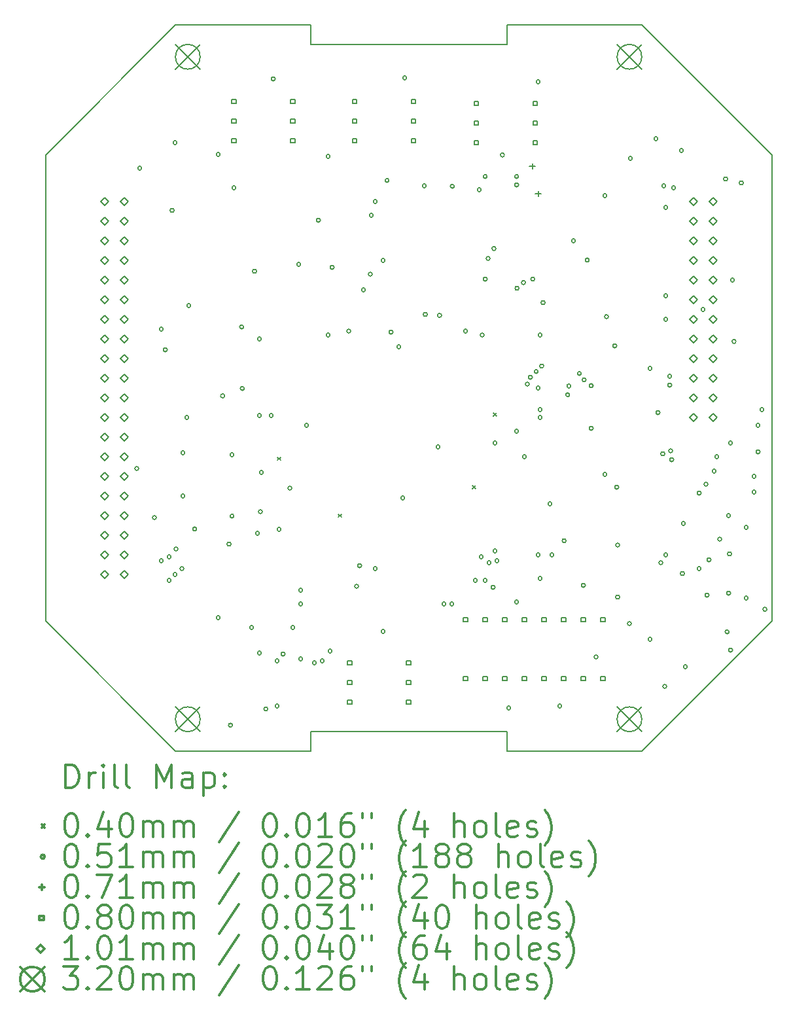
<source format=gbr>
%FSLAX45Y45*%
G04 Gerber Fmt 4.5, Leading zero omitted, Abs format (unit mm)*
G04 Created by KiCad (PCBNEW 4.0.6) date 07/28/17 17:58:25*
%MOMM*%
%LPD*%
G01*
G04 APERTURE LIST*
%ADD10C,0.127000*%
%ADD11C,0.200000*%
%ADD12C,0.300000*%
G04 APERTURE END LIST*
D10*
D11*
X13970030Y-5460820D02*
X15716280Y-5460820D01*
X13970030Y-14858820D02*
X15716280Y-14858820D01*
X8001030Y-7143570D02*
X8001030Y-13176070D01*
X9683780Y-14858820D02*
X11430030Y-14858820D01*
X13970030Y-14604820D02*
X13970030Y-14858820D01*
X11430030Y-14604820D02*
X11430030Y-14858820D01*
X13970030Y-5460820D02*
X13970030Y-5714820D01*
X11430030Y-5460820D02*
X11430030Y-5714820D01*
X11430030Y-14604820D02*
X13970030Y-14604820D01*
X11430030Y-5714820D02*
X13970030Y-5714820D01*
X15716280Y-14858820D02*
X17399030Y-13176070D01*
X8001030Y-13176070D02*
X9683780Y-14858820D01*
X17399030Y-7143570D02*
X17399030Y-13176070D01*
X15716280Y-5460820D02*
X17399030Y-7143570D01*
X8001030Y-7143570D02*
X9683780Y-5460820D01*
X9683780Y-5460820D02*
X11430030Y-5460820D01*
D11*
X11003600Y-11054400D02*
X11043600Y-11094400D01*
X11043600Y-11054400D02*
X11003600Y-11094400D01*
X11791000Y-11791000D02*
X11831000Y-11831000D01*
X11831000Y-11791000D02*
X11791000Y-11831000D01*
X13523280Y-11420160D02*
X13563280Y-11460160D01*
X13563280Y-11420160D02*
X13523280Y-11460160D01*
X13797600Y-10482900D02*
X13837600Y-10522900D01*
X13837600Y-10482900D02*
X13797600Y-10522900D01*
X9207500Y-11201400D02*
G75*
G03X9207500Y-11201400I-25400J0D01*
G01*
X9245600Y-7315200D02*
G75*
G03X9245600Y-7315200I-25400J0D01*
G01*
X9436100Y-11836400D02*
G75*
G03X9436100Y-11836400I-25400J0D01*
G01*
X9525000Y-9398000D02*
G75*
G03X9525000Y-9398000I-25400J0D01*
G01*
X9525000Y-12395200D02*
G75*
G03X9525000Y-12395200I-25400J0D01*
G01*
X9575800Y-9664700D02*
G75*
G03X9575800Y-9664700I-25400J0D01*
G01*
X9626600Y-12344400D02*
G75*
G03X9626600Y-12344400I-25400J0D01*
G01*
X9626600Y-12649200D02*
G75*
G03X9626600Y-12649200I-25400J0D01*
G01*
X9664700Y-7861300D02*
G75*
G03X9664700Y-7861300I-25400J0D01*
G01*
X9702800Y-6985000D02*
G75*
G03X9702800Y-6985000I-25400J0D01*
G01*
X9702800Y-12573000D02*
G75*
G03X9702800Y-12573000I-25400J0D01*
G01*
X9715500Y-12242800D02*
G75*
G03X9715500Y-12242800I-25400J0D01*
G01*
X9791700Y-12496800D02*
G75*
G03X9791700Y-12496800I-25400J0D01*
G01*
X9804400Y-10998200D02*
G75*
G03X9804400Y-10998200I-25400J0D01*
G01*
X9804400Y-11557000D02*
G75*
G03X9804400Y-11557000I-25400J0D01*
G01*
X9855200Y-10541000D02*
G75*
G03X9855200Y-10541000I-25400J0D01*
G01*
X9880600Y-9093200D02*
G75*
G03X9880600Y-9093200I-25400J0D01*
G01*
X9956800Y-11982450D02*
G75*
G03X9956800Y-11982450I-25400J0D01*
G01*
X10261600Y-7137400D02*
G75*
G03X10261600Y-7137400I-25400J0D01*
G01*
X10261600Y-13131800D02*
G75*
G03X10261600Y-13131800I-25400J0D01*
G01*
X10318750Y-10261600D02*
G75*
G03X10318750Y-10261600I-25400J0D01*
G01*
X10401300Y-12179300D02*
G75*
G03X10401300Y-12179300I-25400J0D01*
G01*
X10420350Y-14522450D02*
G75*
G03X10420350Y-14522450I-25400J0D01*
G01*
X10439400Y-11023600D02*
G75*
G03X10439400Y-11023600I-25400J0D01*
G01*
X10439400Y-11817350D02*
G75*
G03X10439400Y-11817350I-25400J0D01*
G01*
X10464800Y-7569200D02*
G75*
G03X10464800Y-7569200I-25400J0D01*
G01*
X10564178Y-9370378D02*
G75*
G03X10564178Y-9370378I-25400J0D01*
G01*
X10572750Y-10166350D02*
G75*
G03X10572750Y-10166350I-25400J0D01*
G01*
X10693400Y-13258800D02*
G75*
G03X10693400Y-13258800I-25400J0D01*
G01*
X10731500Y-8648700D02*
G75*
G03X10731500Y-8648700I-25400J0D01*
G01*
X10769600Y-12039600D02*
G75*
G03X10769600Y-12039600I-25400J0D01*
G01*
X10795000Y-9525000D02*
G75*
G03X10795000Y-9525000I-25400J0D01*
G01*
X10795000Y-10515600D02*
G75*
G03X10795000Y-10515600I-25400J0D01*
G01*
X10795000Y-13589000D02*
G75*
G03X10795000Y-13589000I-25400J0D01*
G01*
X10807700Y-11760200D02*
G75*
G03X10807700Y-11760200I-25400J0D01*
G01*
X10820400Y-11252200D02*
G75*
G03X10820400Y-11252200I-25400J0D01*
G01*
X10877550Y-14312900D02*
G75*
G03X10877550Y-14312900I-25400J0D01*
G01*
X10947400Y-10515600D02*
G75*
G03X10947400Y-10515600I-25400J0D01*
G01*
X10972800Y-6159500D02*
G75*
G03X10972800Y-6159500I-25400J0D01*
G01*
X11023600Y-13690600D02*
G75*
G03X11023600Y-13690600I-25400J0D01*
G01*
X11023600Y-14274800D02*
G75*
G03X11023600Y-14274800I-25400J0D01*
G01*
X11049000Y-11988800D02*
G75*
G03X11049000Y-11988800I-25400J0D01*
G01*
X11099800Y-13601700D02*
G75*
G03X11099800Y-13601700I-25400J0D01*
G01*
X11188700Y-11455400D02*
G75*
G03X11188700Y-11455400I-25400J0D01*
G01*
X11226800Y-13258800D02*
G75*
G03X11226800Y-13258800I-25400J0D01*
G01*
X11303000Y-8559800D02*
G75*
G03X11303000Y-8559800I-25400J0D01*
G01*
X11328400Y-12776200D02*
G75*
G03X11328400Y-12776200I-25400J0D01*
G01*
X11328400Y-12954000D02*
G75*
G03X11328400Y-12954000I-25400J0D01*
G01*
X11328400Y-13665200D02*
G75*
G03X11328400Y-13665200I-25400J0D01*
G01*
X11404600Y-10642600D02*
G75*
G03X11404600Y-10642600I-25400J0D01*
G01*
X11506200Y-13716000D02*
G75*
G03X11506200Y-13716000I-25400J0D01*
G01*
X11557000Y-7988300D02*
G75*
G03X11557000Y-7988300I-25400J0D01*
G01*
X11607800Y-13690600D02*
G75*
G03X11607800Y-13690600I-25400J0D01*
G01*
X11684000Y-7162800D02*
G75*
G03X11684000Y-7162800I-25400J0D01*
G01*
X11684000Y-9474200D02*
G75*
G03X11684000Y-9474200I-25400J0D01*
G01*
X11709400Y-13563600D02*
G75*
G03X11709400Y-13563600I-25400J0D01*
G01*
X11734800Y-8597900D02*
G75*
G03X11734800Y-8597900I-25400J0D01*
G01*
X11950700Y-9423400D02*
G75*
G03X11950700Y-9423400I-25400J0D01*
G01*
X12052300Y-12725400D02*
G75*
G03X12052300Y-12725400I-25400J0D01*
G01*
X12090400Y-12458700D02*
G75*
G03X12090400Y-12458700I-25400J0D01*
G01*
X12141200Y-8890000D02*
G75*
G03X12141200Y-8890000I-25400J0D01*
G01*
X12230100Y-8686800D02*
G75*
G03X12230100Y-8686800I-25400J0D01*
G01*
X12242800Y-7924800D02*
G75*
G03X12242800Y-7924800I-25400J0D01*
G01*
X12293600Y-7747000D02*
G75*
G03X12293600Y-7747000I-25400J0D01*
G01*
X12293600Y-12496800D02*
G75*
G03X12293600Y-12496800I-25400J0D01*
G01*
X12395200Y-8509000D02*
G75*
G03X12395200Y-8509000I-25400J0D01*
G01*
X12395200Y-13309600D02*
G75*
G03X12395200Y-13309600I-25400J0D01*
G01*
X12446000Y-7473950D02*
G75*
G03X12446000Y-7473950I-25400J0D01*
G01*
X12496800Y-9436100D02*
G75*
G03X12496800Y-9436100I-25400J0D01*
G01*
X12598400Y-9626600D02*
G75*
G03X12598400Y-9626600I-25400J0D01*
G01*
X12649200Y-11582400D02*
G75*
G03X12649200Y-11582400I-25400J0D01*
G01*
X12674600Y-6146800D02*
G75*
G03X12674600Y-6146800I-25400J0D01*
G01*
X12928600Y-7543800D02*
G75*
G03X12928600Y-7543800I-25400J0D01*
G01*
X12941300Y-9207500D02*
G75*
G03X12941300Y-9207500I-25400J0D01*
G01*
X13106400Y-10922000D02*
G75*
G03X13106400Y-10922000I-25400J0D01*
G01*
X13125450Y-9220200D02*
G75*
G03X13125450Y-9220200I-25400J0D01*
G01*
X13182600Y-12954000D02*
G75*
G03X13182600Y-12954000I-25400J0D01*
G01*
X13284200Y-12954000D02*
G75*
G03X13284200Y-12954000I-25400J0D01*
G01*
X13290550Y-7550150D02*
G75*
G03X13290550Y-7550150I-25400J0D01*
G01*
X13462000Y-9423400D02*
G75*
G03X13462000Y-9423400I-25400J0D01*
G01*
X13589000Y-12649200D02*
G75*
G03X13589000Y-12649200I-25400J0D01*
G01*
X13639800Y-7594600D02*
G75*
G03X13639800Y-7594600I-25400J0D01*
G01*
X13665200Y-12344400D02*
G75*
G03X13665200Y-12344400I-25400J0D01*
G01*
X13677900Y-9474200D02*
G75*
G03X13677900Y-9474200I-25400J0D01*
G01*
X13716000Y-7423150D02*
G75*
G03X13716000Y-7423150I-25400J0D01*
G01*
X13716000Y-8750300D02*
G75*
G03X13716000Y-8750300I-25400J0D01*
G01*
X13716000Y-12649200D02*
G75*
G03X13716000Y-12649200I-25400J0D01*
G01*
X13754100Y-8483600D02*
G75*
G03X13754100Y-8483600I-25400J0D01*
G01*
X13766800Y-12420600D02*
G75*
G03X13766800Y-12420600I-25400J0D01*
G01*
X13817600Y-12738100D02*
G75*
G03X13817600Y-12738100I-25400J0D01*
G01*
X13828300Y-8354600D02*
G75*
G03X13828300Y-8354600I-25400J0D01*
G01*
X13843000Y-10871200D02*
G75*
G03X13843000Y-10871200I-25400J0D01*
G01*
X13843000Y-12268200D02*
G75*
G03X13843000Y-12268200I-25400J0D01*
G01*
X13868400Y-12395200D02*
G75*
G03X13868400Y-12395200I-25400J0D01*
G01*
X13938250Y-7143750D02*
G75*
G03X13938250Y-7143750I-25400J0D01*
G01*
X14020800Y-14300200D02*
G75*
G03X14020800Y-14300200I-25400J0D01*
G01*
X14122400Y-7423150D02*
G75*
G03X14122400Y-7423150I-25400J0D01*
G01*
X14122400Y-7531100D02*
G75*
G03X14122400Y-7531100I-25400J0D01*
G01*
X14122400Y-10718800D02*
G75*
G03X14122400Y-10718800I-25400J0D01*
G01*
X14122400Y-12928600D02*
G75*
G03X14122400Y-12928600I-25400J0D01*
G01*
X14127734Y-8868664D02*
G75*
G03X14127734Y-8868664I-25400J0D01*
G01*
X14212316Y-8795512D02*
G75*
G03X14212316Y-8795512I-25400J0D01*
G01*
X14224000Y-11049000D02*
G75*
G03X14224000Y-11049000I-25400J0D01*
G01*
X14262100Y-10109200D02*
G75*
G03X14262100Y-10109200I-25400J0D01*
G01*
X14300200Y-10020300D02*
G75*
G03X14300200Y-10020300I-25400J0D01*
G01*
X14331950Y-8750300D02*
G75*
G03X14331950Y-8750300I-25400J0D01*
G01*
X14376400Y-9946640D02*
G75*
G03X14376400Y-9946640I-25400J0D01*
G01*
X14401800Y-6197600D02*
G75*
G03X14401800Y-6197600I-25400J0D01*
G01*
X14401800Y-10160000D02*
G75*
G03X14401800Y-10160000I-25400J0D01*
G01*
X14401800Y-12319000D02*
G75*
G03X14401800Y-12319000I-25400J0D01*
G01*
X14427200Y-9474200D02*
G75*
G03X14427200Y-9474200I-25400J0D01*
G01*
X14427200Y-10439400D02*
G75*
G03X14427200Y-10439400I-25400J0D01*
G01*
X14427200Y-10541000D02*
G75*
G03X14427200Y-10541000I-25400J0D01*
G01*
X14427200Y-12623800D02*
G75*
G03X14427200Y-12623800I-25400J0D01*
G01*
X14447520Y-9875520D02*
G75*
G03X14447520Y-9875520I-25400J0D01*
G01*
X14465300Y-9055100D02*
G75*
G03X14465300Y-9055100I-25400J0D01*
G01*
X14554200Y-11658600D02*
G75*
G03X14554200Y-11658600I-25400J0D01*
G01*
X14579600Y-12319000D02*
G75*
G03X14579600Y-12319000I-25400J0D01*
G01*
X14681200Y-14274800D02*
G75*
G03X14681200Y-14274800I-25400J0D01*
G01*
X14737080Y-12136120D02*
G75*
G03X14737080Y-12136120I-25400J0D01*
G01*
X14782800Y-10246360D02*
G75*
G03X14782800Y-10246360I-25400J0D01*
G01*
X14798040Y-10134600D02*
G75*
G03X14798040Y-10134600I-25400J0D01*
G01*
X14859000Y-8255000D02*
G75*
G03X14859000Y-8255000I-25400J0D01*
G01*
X14935200Y-9972040D02*
G75*
G03X14935200Y-9972040I-25400J0D01*
G01*
X14986000Y-12712700D02*
G75*
G03X14986000Y-12712700I-25400J0D01*
G01*
X14996160Y-10053320D02*
G75*
G03X14996160Y-10053320I-25400J0D01*
G01*
X15036800Y-8502650D02*
G75*
G03X15036800Y-8502650I-25400J0D01*
G01*
X15086965Y-10128885D02*
G75*
G03X15086965Y-10128885I-25400J0D01*
G01*
X15087600Y-10129520D02*
G75*
G03X15087600Y-10129520I-25400J0D01*
G01*
X15087600Y-10680700D02*
G75*
G03X15087600Y-10680700I-25400J0D01*
G01*
X15151100Y-13639800D02*
G75*
G03X15151100Y-13639800I-25400J0D01*
G01*
X15265400Y-7670800D02*
G75*
G03X15265400Y-7670800I-25400J0D01*
G01*
X15265400Y-11277600D02*
G75*
G03X15265400Y-11277600I-25400J0D01*
G01*
X15285813Y-9236499D02*
G75*
G03X15285813Y-9236499I-25400J0D01*
G01*
X15392400Y-9613900D02*
G75*
G03X15392400Y-9613900I-25400J0D01*
G01*
X15417800Y-11442700D02*
G75*
G03X15417800Y-11442700I-25400J0D01*
G01*
X15430500Y-12192000D02*
G75*
G03X15430500Y-12192000I-25400J0D01*
G01*
X15430500Y-12865100D02*
G75*
G03X15430500Y-12865100I-25400J0D01*
G01*
X15582900Y-13208000D02*
G75*
G03X15582900Y-13208000I-25400J0D01*
G01*
X15595600Y-7188200D02*
G75*
G03X15595600Y-7188200I-25400J0D01*
G01*
X15849600Y-9906000D02*
G75*
G03X15849600Y-9906000I-25400J0D01*
G01*
X15849600Y-13411200D02*
G75*
G03X15849600Y-13411200I-25400J0D01*
G01*
X15925800Y-6934200D02*
G75*
G03X15925800Y-6934200I-25400J0D01*
G01*
X15951200Y-10477500D02*
G75*
G03X15951200Y-10477500I-25400J0D01*
G01*
X15989300Y-12420600D02*
G75*
G03X15989300Y-12420600I-25400J0D01*
G01*
X16014700Y-11010900D02*
G75*
G03X16014700Y-11010900I-25400J0D01*
G01*
X16027400Y-7543800D02*
G75*
G03X16027400Y-7543800I-25400J0D01*
G01*
X16040100Y-14020800D02*
G75*
G03X16040100Y-14020800I-25400J0D01*
G01*
X16052800Y-7823200D02*
G75*
G03X16052800Y-7823200I-25400J0D01*
G01*
X16052800Y-8966200D02*
G75*
G03X16052800Y-8966200I-25400J0D01*
G01*
X16052800Y-9271000D02*
G75*
G03X16052800Y-9271000I-25400J0D01*
G01*
X16052800Y-12319000D02*
G75*
G03X16052800Y-12319000I-25400J0D01*
G01*
X16103600Y-10007600D02*
G75*
G03X16103600Y-10007600I-25400J0D01*
G01*
X16103600Y-10121900D02*
G75*
G03X16103600Y-10121900I-25400J0D01*
G01*
X16116300Y-10972800D02*
G75*
G03X16116300Y-10972800I-25400J0D01*
G01*
X16129000Y-11087100D02*
G75*
G03X16129000Y-11087100I-25400J0D01*
G01*
X16154400Y-7569200D02*
G75*
G03X16154400Y-7569200I-25400J0D01*
G01*
X16256000Y-7086600D02*
G75*
G03X16256000Y-7086600I-25400J0D01*
G01*
X16268700Y-12560300D02*
G75*
G03X16268700Y-12560300I-25400J0D01*
G01*
X16281400Y-11912600D02*
G75*
G03X16281400Y-11912600I-25400J0D01*
G01*
X16306800Y-13766800D02*
G75*
G03X16306800Y-13766800I-25400J0D01*
G01*
X16484600Y-11518900D02*
G75*
G03X16484600Y-11518900I-25400J0D01*
G01*
X16484600Y-12496800D02*
G75*
G03X16484600Y-12496800I-25400J0D01*
G01*
X16535400Y-9144000D02*
G75*
G03X16535400Y-9144000I-25400J0D01*
G01*
X16573500Y-11404600D02*
G75*
G03X16573500Y-11404600I-25400J0D01*
G01*
X16586200Y-12839700D02*
G75*
G03X16586200Y-12839700I-25400J0D01*
G01*
X16611600Y-12382500D02*
G75*
G03X16611600Y-12382500I-25400J0D01*
G01*
X16679200Y-11235400D02*
G75*
G03X16679200Y-11235400I-25400J0D01*
G01*
X16713200Y-11049000D02*
G75*
G03X16713200Y-11049000I-25400J0D01*
G01*
X16751300Y-12115800D02*
G75*
G03X16751300Y-12115800I-25400J0D01*
G01*
X16827500Y-7454900D02*
G75*
G03X16827500Y-7454900I-25400J0D01*
G01*
X16846550Y-13315950D02*
G75*
G03X16846550Y-13315950I-25400J0D01*
G01*
X16865600Y-11811000D02*
G75*
G03X16865600Y-11811000I-25400J0D01*
G01*
X16865600Y-12814300D02*
G75*
G03X16865600Y-12814300I-25400J0D01*
G01*
X16878300Y-12306300D02*
G75*
G03X16878300Y-12306300I-25400J0D01*
G01*
X16891000Y-10871200D02*
G75*
G03X16891000Y-10871200I-25400J0D01*
G01*
X16891000Y-13550900D02*
G75*
G03X16891000Y-13550900I-25400J0D01*
G01*
X16916400Y-8763000D02*
G75*
G03X16916400Y-8763000I-25400J0D01*
G01*
X16935450Y-9556750D02*
G75*
G03X16935450Y-9556750I-25400J0D01*
G01*
X17030700Y-7505700D02*
G75*
G03X17030700Y-7505700I-25400J0D01*
G01*
X17094200Y-11963400D02*
G75*
G03X17094200Y-11963400I-25400J0D01*
G01*
X17094200Y-12877800D02*
G75*
G03X17094200Y-12877800I-25400J0D01*
G01*
X17195800Y-11303000D02*
G75*
G03X17195800Y-11303000I-25400J0D01*
G01*
X17195800Y-11506200D02*
G75*
G03X17195800Y-11506200I-25400J0D01*
G01*
X17246600Y-10642600D02*
G75*
G03X17246600Y-10642600I-25400J0D01*
G01*
X17246600Y-10985500D02*
G75*
G03X17246600Y-10985500I-25400J0D01*
G01*
X17297400Y-10439400D02*
G75*
G03X17297400Y-10439400I-25400J0D01*
G01*
X17335500Y-13023850D02*
G75*
G03X17335500Y-13023850I-25400J0D01*
G01*
X14300200Y-7254240D02*
X14300200Y-7325360D01*
X14264640Y-7289800D02*
X14335760Y-7289800D01*
X14376400Y-7609840D02*
X14376400Y-7680960D01*
X14340840Y-7645400D02*
X14411960Y-7645400D01*
X10467685Y-6479884D02*
X10467685Y-6423315D01*
X10411116Y-6423315D01*
X10411116Y-6479884D01*
X10467685Y-6479884D01*
X10467685Y-6733884D02*
X10467685Y-6677315D01*
X10411116Y-6677315D01*
X10411116Y-6733884D01*
X10467685Y-6733884D01*
X10467685Y-6987884D02*
X10467685Y-6931315D01*
X10411116Y-6931315D01*
X10411116Y-6987884D01*
X10467685Y-6987884D01*
X11229684Y-6479884D02*
X11229684Y-6423315D01*
X11173116Y-6423315D01*
X11173116Y-6479884D01*
X11229684Y-6479884D01*
X11229684Y-6733884D02*
X11229684Y-6677315D01*
X11173116Y-6677315D01*
X11173116Y-6733884D01*
X11229684Y-6733884D01*
X11229684Y-6987884D02*
X11229684Y-6931315D01*
X11173116Y-6931315D01*
X11173116Y-6987884D01*
X11229684Y-6987884D01*
X11966284Y-13744284D02*
X11966284Y-13687715D01*
X11909715Y-13687715D01*
X11909715Y-13744284D01*
X11966284Y-13744284D01*
X11966284Y-13998284D02*
X11966284Y-13941715D01*
X11909715Y-13941715D01*
X11909715Y-13998284D01*
X11966284Y-13998284D01*
X11966284Y-14252284D02*
X11966284Y-14195715D01*
X11909715Y-14195715D01*
X11909715Y-14252284D01*
X11966284Y-14252284D01*
X12029784Y-6479884D02*
X12029784Y-6423315D01*
X11973215Y-6423315D01*
X11973215Y-6479884D01*
X12029784Y-6479884D01*
X12029784Y-6733884D02*
X12029784Y-6677315D01*
X11973215Y-6677315D01*
X11973215Y-6733884D01*
X12029784Y-6733884D01*
X12029784Y-6987884D02*
X12029784Y-6931315D01*
X11973215Y-6931315D01*
X11973215Y-6987884D01*
X12029784Y-6987884D01*
X12728284Y-13744284D02*
X12728284Y-13687715D01*
X12671715Y-13687715D01*
X12671715Y-13744284D01*
X12728284Y-13744284D01*
X12728284Y-13998284D02*
X12728284Y-13941715D01*
X12671715Y-13941715D01*
X12671715Y-13998284D01*
X12728284Y-13998284D01*
X12728284Y-14252284D02*
X12728284Y-14195715D01*
X12671715Y-14195715D01*
X12671715Y-14252284D01*
X12728284Y-14252284D01*
X12791784Y-6479884D02*
X12791784Y-6423315D01*
X12735215Y-6423315D01*
X12735215Y-6479884D01*
X12791784Y-6479884D01*
X12791784Y-6733884D02*
X12791784Y-6677315D01*
X12735215Y-6677315D01*
X12735215Y-6733884D01*
X12791784Y-6733884D01*
X12791784Y-6987884D02*
X12791784Y-6931315D01*
X12735215Y-6931315D01*
X12735215Y-6987884D01*
X12791784Y-6987884D01*
X13464884Y-13185484D02*
X13464884Y-13128915D01*
X13408315Y-13128915D01*
X13408315Y-13185484D01*
X13464884Y-13185484D01*
X13464884Y-13947484D02*
X13464884Y-13890915D01*
X13408315Y-13890915D01*
X13408315Y-13947484D01*
X13464884Y-13947484D01*
X13604584Y-6505284D02*
X13604584Y-6448715D01*
X13548015Y-6448715D01*
X13548015Y-6505284D01*
X13604584Y-6505284D01*
X13604584Y-6759284D02*
X13604584Y-6702715D01*
X13548015Y-6702715D01*
X13548015Y-6759284D01*
X13604584Y-6759284D01*
X13604584Y-7013284D02*
X13604584Y-6956715D01*
X13548015Y-6956715D01*
X13548015Y-7013284D01*
X13604584Y-7013284D01*
X13718884Y-13185484D02*
X13718884Y-13128915D01*
X13662315Y-13128915D01*
X13662315Y-13185484D01*
X13718884Y-13185484D01*
X13718884Y-13947484D02*
X13718884Y-13890915D01*
X13662315Y-13890915D01*
X13662315Y-13947484D01*
X13718884Y-13947484D01*
X13972884Y-13185484D02*
X13972884Y-13128915D01*
X13916315Y-13128915D01*
X13916315Y-13185484D01*
X13972884Y-13185484D01*
X13972884Y-13947484D02*
X13972884Y-13890915D01*
X13916315Y-13890915D01*
X13916315Y-13947484D01*
X13972884Y-13947484D01*
X14226884Y-13185484D02*
X14226884Y-13128915D01*
X14170315Y-13128915D01*
X14170315Y-13185484D01*
X14226884Y-13185484D01*
X14226884Y-13947484D02*
X14226884Y-13890915D01*
X14170315Y-13890915D01*
X14170315Y-13947484D01*
X14226884Y-13947484D01*
X14366584Y-6505284D02*
X14366584Y-6448715D01*
X14310015Y-6448715D01*
X14310015Y-6505284D01*
X14366584Y-6505284D01*
X14366584Y-6759284D02*
X14366584Y-6702715D01*
X14310015Y-6702715D01*
X14310015Y-6759284D01*
X14366584Y-6759284D01*
X14366584Y-7013284D02*
X14366584Y-6956715D01*
X14310015Y-6956715D01*
X14310015Y-7013284D01*
X14366584Y-7013284D01*
X14480884Y-13185484D02*
X14480884Y-13128915D01*
X14424315Y-13128915D01*
X14424315Y-13185484D01*
X14480884Y-13185484D01*
X14480884Y-13947484D02*
X14480884Y-13890915D01*
X14424315Y-13890915D01*
X14424315Y-13947484D01*
X14480884Y-13947484D01*
X14734884Y-13185484D02*
X14734884Y-13128915D01*
X14678315Y-13128915D01*
X14678315Y-13185484D01*
X14734884Y-13185484D01*
X14734884Y-13947484D02*
X14734884Y-13890915D01*
X14678315Y-13890915D01*
X14678315Y-13947484D01*
X14734884Y-13947484D01*
X14988884Y-13185484D02*
X14988884Y-13128915D01*
X14932315Y-13128915D01*
X14932315Y-13185484D01*
X14988884Y-13185484D01*
X14988884Y-13947484D02*
X14988884Y-13890915D01*
X14932315Y-13890915D01*
X14932315Y-13947484D01*
X14988884Y-13947484D01*
X15242884Y-13185484D02*
X15242884Y-13128915D01*
X15186315Y-13128915D01*
X15186315Y-13185484D01*
X15242884Y-13185484D01*
X15242884Y-13947484D02*
X15242884Y-13890915D01*
X15186315Y-13890915D01*
X15186315Y-13947484D01*
X15242884Y-13947484D01*
X8763000Y-7797500D02*
X8813500Y-7747000D01*
X8763000Y-7696500D01*
X8712500Y-7747000D01*
X8763000Y-7797500D01*
X8763000Y-8051500D02*
X8813500Y-8001000D01*
X8763000Y-7950500D01*
X8712500Y-8001000D01*
X8763000Y-8051500D01*
X8763000Y-8305500D02*
X8813500Y-8255000D01*
X8763000Y-8204500D01*
X8712500Y-8255000D01*
X8763000Y-8305500D01*
X8763000Y-8559500D02*
X8813500Y-8509000D01*
X8763000Y-8458500D01*
X8712500Y-8509000D01*
X8763000Y-8559500D01*
X8763000Y-8813500D02*
X8813500Y-8763000D01*
X8763000Y-8712500D01*
X8712500Y-8763000D01*
X8763000Y-8813500D01*
X8763000Y-9067500D02*
X8813500Y-9017000D01*
X8763000Y-8966500D01*
X8712500Y-9017000D01*
X8763000Y-9067500D01*
X8763000Y-9321500D02*
X8813500Y-9271000D01*
X8763000Y-9220500D01*
X8712500Y-9271000D01*
X8763000Y-9321500D01*
X8763000Y-9575500D02*
X8813500Y-9525000D01*
X8763000Y-9474500D01*
X8712500Y-9525000D01*
X8763000Y-9575500D01*
X8763000Y-9829500D02*
X8813500Y-9779000D01*
X8763000Y-9728500D01*
X8712500Y-9779000D01*
X8763000Y-9829500D01*
X8763000Y-10083500D02*
X8813500Y-10033000D01*
X8763000Y-9982500D01*
X8712500Y-10033000D01*
X8763000Y-10083500D01*
X8763000Y-10337500D02*
X8813500Y-10287000D01*
X8763000Y-10236500D01*
X8712500Y-10287000D01*
X8763000Y-10337500D01*
X8763000Y-10591500D02*
X8813500Y-10541000D01*
X8763000Y-10490500D01*
X8712500Y-10541000D01*
X8763000Y-10591500D01*
X8763000Y-10845500D02*
X8813500Y-10795000D01*
X8763000Y-10744500D01*
X8712500Y-10795000D01*
X8763000Y-10845500D01*
X8763000Y-11099500D02*
X8813500Y-11049000D01*
X8763000Y-10998500D01*
X8712500Y-11049000D01*
X8763000Y-11099500D01*
X8763000Y-11353500D02*
X8813500Y-11303000D01*
X8763000Y-11252500D01*
X8712500Y-11303000D01*
X8763000Y-11353500D01*
X8763000Y-11607500D02*
X8813500Y-11557000D01*
X8763000Y-11506500D01*
X8712500Y-11557000D01*
X8763000Y-11607500D01*
X8763000Y-11861500D02*
X8813500Y-11811000D01*
X8763000Y-11760500D01*
X8712500Y-11811000D01*
X8763000Y-11861500D01*
X8763000Y-12115500D02*
X8813500Y-12065000D01*
X8763000Y-12014500D01*
X8712500Y-12065000D01*
X8763000Y-12115500D01*
X8763000Y-12369500D02*
X8813500Y-12319000D01*
X8763000Y-12268500D01*
X8712500Y-12319000D01*
X8763000Y-12369500D01*
X8763000Y-12623500D02*
X8813500Y-12573000D01*
X8763000Y-12522500D01*
X8712500Y-12573000D01*
X8763000Y-12623500D01*
X9017000Y-7797500D02*
X9067500Y-7747000D01*
X9017000Y-7696500D01*
X8966500Y-7747000D01*
X9017000Y-7797500D01*
X9017000Y-8051500D02*
X9067500Y-8001000D01*
X9017000Y-7950500D01*
X8966500Y-8001000D01*
X9017000Y-8051500D01*
X9017000Y-8305500D02*
X9067500Y-8255000D01*
X9017000Y-8204500D01*
X8966500Y-8255000D01*
X9017000Y-8305500D01*
X9017000Y-8559500D02*
X9067500Y-8509000D01*
X9017000Y-8458500D01*
X8966500Y-8509000D01*
X9017000Y-8559500D01*
X9017000Y-8813500D02*
X9067500Y-8763000D01*
X9017000Y-8712500D01*
X8966500Y-8763000D01*
X9017000Y-8813500D01*
X9017000Y-9067500D02*
X9067500Y-9017000D01*
X9017000Y-8966500D01*
X8966500Y-9017000D01*
X9017000Y-9067500D01*
X9017000Y-9321500D02*
X9067500Y-9271000D01*
X9017000Y-9220500D01*
X8966500Y-9271000D01*
X9017000Y-9321500D01*
X9017000Y-9575500D02*
X9067500Y-9525000D01*
X9017000Y-9474500D01*
X8966500Y-9525000D01*
X9017000Y-9575500D01*
X9017000Y-9829500D02*
X9067500Y-9779000D01*
X9017000Y-9728500D01*
X8966500Y-9779000D01*
X9017000Y-9829500D01*
X9017000Y-10083500D02*
X9067500Y-10033000D01*
X9017000Y-9982500D01*
X8966500Y-10033000D01*
X9017000Y-10083500D01*
X9017000Y-10337500D02*
X9067500Y-10287000D01*
X9017000Y-10236500D01*
X8966500Y-10287000D01*
X9017000Y-10337500D01*
X9017000Y-10591500D02*
X9067500Y-10541000D01*
X9017000Y-10490500D01*
X8966500Y-10541000D01*
X9017000Y-10591500D01*
X9017000Y-10845500D02*
X9067500Y-10795000D01*
X9017000Y-10744500D01*
X8966500Y-10795000D01*
X9017000Y-10845500D01*
X9017000Y-11099500D02*
X9067500Y-11049000D01*
X9017000Y-10998500D01*
X8966500Y-11049000D01*
X9017000Y-11099500D01*
X9017000Y-11353500D02*
X9067500Y-11303000D01*
X9017000Y-11252500D01*
X8966500Y-11303000D01*
X9017000Y-11353500D01*
X9017000Y-11607500D02*
X9067500Y-11557000D01*
X9017000Y-11506500D01*
X8966500Y-11557000D01*
X9017000Y-11607500D01*
X9017000Y-11861500D02*
X9067500Y-11811000D01*
X9017000Y-11760500D01*
X8966500Y-11811000D01*
X9017000Y-11861500D01*
X9017000Y-12115500D02*
X9067500Y-12065000D01*
X9017000Y-12014500D01*
X8966500Y-12065000D01*
X9017000Y-12115500D01*
X9017000Y-12369500D02*
X9067500Y-12319000D01*
X9017000Y-12268500D01*
X8966500Y-12319000D01*
X9017000Y-12369500D01*
X9017000Y-12623500D02*
X9067500Y-12573000D01*
X9017000Y-12522500D01*
X8966500Y-12573000D01*
X9017000Y-12623500D01*
X16383000Y-7799500D02*
X16433500Y-7749000D01*
X16383000Y-7698500D01*
X16332500Y-7749000D01*
X16383000Y-7799500D01*
X16383000Y-8053500D02*
X16433500Y-8003000D01*
X16383000Y-7952500D01*
X16332500Y-8003000D01*
X16383000Y-8053500D01*
X16383000Y-8307500D02*
X16433500Y-8257000D01*
X16383000Y-8206500D01*
X16332500Y-8257000D01*
X16383000Y-8307500D01*
X16383000Y-8561500D02*
X16433500Y-8511000D01*
X16383000Y-8460500D01*
X16332500Y-8511000D01*
X16383000Y-8561500D01*
X16383000Y-8815500D02*
X16433500Y-8765000D01*
X16383000Y-8714500D01*
X16332500Y-8765000D01*
X16383000Y-8815500D01*
X16383000Y-9069500D02*
X16433500Y-9019000D01*
X16383000Y-8968500D01*
X16332500Y-9019000D01*
X16383000Y-9069500D01*
X16383000Y-9323500D02*
X16433500Y-9273000D01*
X16383000Y-9222500D01*
X16332500Y-9273000D01*
X16383000Y-9323500D01*
X16383000Y-9577500D02*
X16433500Y-9527000D01*
X16383000Y-9476500D01*
X16332500Y-9527000D01*
X16383000Y-9577500D01*
X16383000Y-9831500D02*
X16433500Y-9781000D01*
X16383000Y-9730500D01*
X16332500Y-9781000D01*
X16383000Y-9831500D01*
X16383000Y-10085500D02*
X16433500Y-10035000D01*
X16383000Y-9984500D01*
X16332500Y-10035000D01*
X16383000Y-10085500D01*
X16383000Y-10339500D02*
X16433500Y-10289000D01*
X16383000Y-10238500D01*
X16332500Y-10289000D01*
X16383000Y-10339500D01*
X16383000Y-10593500D02*
X16433500Y-10543000D01*
X16383000Y-10492500D01*
X16332500Y-10543000D01*
X16383000Y-10593500D01*
X16637000Y-7799500D02*
X16687500Y-7749000D01*
X16637000Y-7698500D01*
X16586500Y-7749000D01*
X16637000Y-7799500D01*
X16637000Y-8053500D02*
X16687500Y-8003000D01*
X16637000Y-7952500D01*
X16586500Y-8003000D01*
X16637000Y-8053500D01*
X16637000Y-8307500D02*
X16687500Y-8257000D01*
X16637000Y-8206500D01*
X16586500Y-8257000D01*
X16637000Y-8307500D01*
X16637000Y-8561500D02*
X16687500Y-8511000D01*
X16637000Y-8460500D01*
X16586500Y-8511000D01*
X16637000Y-8561500D01*
X16637000Y-8815500D02*
X16687500Y-8765000D01*
X16637000Y-8714500D01*
X16586500Y-8765000D01*
X16637000Y-8815500D01*
X16637000Y-9069500D02*
X16687500Y-9019000D01*
X16637000Y-8968500D01*
X16586500Y-9019000D01*
X16637000Y-9069500D01*
X16637000Y-9323500D02*
X16687500Y-9273000D01*
X16637000Y-9222500D01*
X16586500Y-9273000D01*
X16637000Y-9323500D01*
X16637000Y-9577500D02*
X16687500Y-9527000D01*
X16637000Y-9476500D01*
X16586500Y-9527000D01*
X16637000Y-9577500D01*
X16637000Y-9831500D02*
X16687500Y-9781000D01*
X16637000Y-9730500D01*
X16586500Y-9781000D01*
X16637000Y-9831500D01*
X16637000Y-10085500D02*
X16687500Y-10035000D01*
X16637000Y-9984500D01*
X16586500Y-10035000D01*
X16637000Y-10085500D01*
X16637000Y-10339500D02*
X16687500Y-10289000D01*
X16637000Y-10238500D01*
X16586500Y-10289000D01*
X16637000Y-10339500D01*
X16637000Y-10593500D02*
X16687500Y-10543000D01*
X16637000Y-10492500D01*
X16586500Y-10543000D01*
X16637000Y-10593500D01*
X9682500Y-5713750D02*
X10002500Y-6033750D01*
X10002500Y-5713750D02*
X9682500Y-6033750D01*
X10002500Y-5873750D02*
G75*
G03X10002500Y-5873750I-160000J0D01*
G01*
X9682500Y-14286250D02*
X10002500Y-14606250D01*
X10002500Y-14286250D02*
X9682500Y-14606250D01*
X10002500Y-14446250D02*
G75*
G03X10002500Y-14446250I-160000J0D01*
G01*
X15397500Y-5713750D02*
X15717500Y-6033750D01*
X15717500Y-5713750D02*
X15397500Y-6033750D01*
X15717500Y-5873750D02*
G75*
G03X15717500Y-5873750I-160000J0D01*
G01*
X15397500Y-14286250D02*
X15717500Y-14606250D01*
X15717500Y-14286250D02*
X15397500Y-14606250D01*
X15717500Y-14446250D02*
G75*
G03X15717500Y-14446250I-160000J0D01*
G01*
D12*
X8262458Y-15334534D02*
X8262458Y-15034534D01*
X8333887Y-15034534D01*
X8376744Y-15048820D01*
X8405316Y-15077391D01*
X8419601Y-15105963D01*
X8433887Y-15163106D01*
X8433887Y-15205963D01*
X8419601Y-15263106D01*
X8405316Y-15291677D01*
X8376744Y-15320249D01*
X8333887Y-15334534D01*
X8262458Y-15334534D01*
X8562459Y-15334534D02*
X8562459Y-15134534D01*
X8562459Y-15191677D02*
X8576744Y-15163106D01*
X8591030Y-15148820D01*
X8619601Y-15134534D01*
X8648173Y-15134534D01*
X8748173Y-15334534D02*
X8748173Y-15134534D01*
X8748173Y-15034534D02*
X8733887Y-15048820D01*
X8748173Y-15063106D01*
X8762459Y-15048820D01*
X8748173Y-15034534D01*
X8748173Y-15063106D01*
X8933887Y-15334534D02*
X8905316Y-15320249D01*
X8891030Y-15291677D01*
X8891030Y-15034534D01*
X9091030Y-15334534D02*
X9062459Y-15320249D01*
X9048173Y-15291677D01*
X9048173Y-15034534D01*
X9433887Y-15334534D02*
X9433887Y-15034534D01*
X9533887Y-15248820D01*
X9633887Y-15034534D01*
X9633887Y-15334534D01*
X9905316Y-15334534D02*
X9905316Y-15177391D01*
X9891030Y-15148820D01*
X9862459Y-15134534D01*
X9805316Y-15134534D01*
X9776744Y-15148820D01*
X9905316Y-15320249D02*
X9876744Y-15334534D01*
X9805316Y-15334534D01*
X9776744Y-15320249D01*
X9762459Y-15291677D01*
X9762459Y-15263106D01*
X9776744Y-15234534D01*
X9805316Y-15220249D01*
X9876744Y-15220249D01*
X9905316Y-15205963D01*
X10048173Y-15134534D02*
X10048173Y-15434534D01*
X10048173Y-15148820D02*
X10076744Y-15134534D01*
X10133887Y-15134534D01*
X10162459Y-15148820D01*
X10176744Y-15163106D01*
X10191030Y-15191677D01*
X10191030Y-15277391D01*
X10176744Y-15305963D01*
X10162459Y-15320249D01*
X10133887Y-15334534D01*
X10076744Y-15334534D01*
X10048173Y-15320249D01*
X10319601Y-15305963D02*
X10333887Y-15320249D01*
X10319601Y-15334534D01*
X10305316Y-15320249D01*
X10319601Y-15305963D01*
X10319601Y-15334534D01*
X10319601Y-15148820D02*
X10333887Y-15163106D01*
X10319601Y-15177391D01*
X10305316Y-15163106D01*
X10319601Y-15148820D01*
X10319601Y-15177391D01*
X7951030Y-15808820D02*
X7991030Y-15848820D01*
X7991030Y-15808820D02*
X7951030Y-15848820D01*
X8319601Y-15664534D02*
X8348173Y-15664534D01*
X8376744Y-15678820D01*
X8391030Y-15693106D01*
X8405316Y-15721677D01*
X8419601Y-15778820D01*
X8419601Y-15850249D01*
X8405316Y-15907391D01*
X8391030Y-15935963D01*
X8376744Y-15950249D01*
X8348173Y-15964534D01*
X8319601Y-15964534D01*
X8291030Y-15950249D01*
X8276744Y-15935963D01*
X8262458Y-15907391D01*
X8248173Y-15850249D01*
X8248173Y-15778820D01*
X8262458Y-15721677D01*
X8276744Y-15693106D01*
X8291030Y-15678820D01*
X8319601Y-15664534D01*
X8548173Y-15935963D02*
X8562459Y-15950249D01*
X8548173Y-15964534D01*
X8533887Y-15950249D01*
X8548173Y-15935963D01*
X8548173Y-15964534D01*
X8819601Y-15764534D02*
X8819601Y-15964534D01*
X8748173Y-15650249D02*
X8676744Y-15864534D01*
X8862458Y-15864534D01*
X9033887Y-15664534D02*
X9062459Y-15664534D01*
X9091030Y-15678820D01*
X9105316Y-15693106D01*
X9119601Y-15721677D01*
X9133887Y-15778820D01*
X9133887Y-15850249D01*
X9119601Y-15907391D01*
X9105316Y-15935963D01*
X9091030Y-15950249D01*
X9062459Y-15964534D01*
X9033887Y-15964534D01*
X9005316Y-15950249D01*
X8991030Y-15935963D01*
X8976744Y-15907391D01*
X8962459Y-15850249D01*
X8962459Y-15778820D01*
X8976744Y-15721677D01*
X8991030Y-15693106D01*
X9005316Y-15678820D01*
X9033887Y-15664534D01*
X9262459Y-15964534D02*
X9262459Y-15764534D01*
X9262459Y-15793106D02*
X9276744Y-15778820D01*
X9305316Y-15764534D01*
X9348173Y-15764534D01*
X9376744Y-15778820D01*
X9391030Y-15807391D01*
X9391030Y-15964534D01*
X9391030Y-15807391D02*
X9405316Y-15778820D01*
X9433887Y-15764534D01*
X9476744Y-15764534D01*
X9505316Y-15778820D01*
X9519601Y-15807391D01*
X9519601Y-15964534D01*
X9662459Y-15964534D02*
X9662459Y-15764534D01*
X9662459Y-15793106D02*
X9676744Y-15778820D01*
X9705316Y-15764534D01*
X9748173Y-15764534D01*
X9776744Y-15778820D01*
X9791030Y-15807391D01*
X9791030Y-15964534D01*
X9791030Y-15807391D02*
X9805316Y-15778820D01*
X9833887Y-15764534D01*
X9876744Y-15764534D01*
X9905316Y-15778820D01*
X9919601Y-15807391D01*
X9919601Y-15964534D01*
X10505316Y-15650249D02*
X10248173Y-16035963D01*
X10891030Y-15664534D02*
X10919601Y-15664534D01*
X10948173Y-15678820D01*
X10962458Y-15693106D01*
X10976744Y-15721677D01*
X10991030Y-15778820D01*
X10991030Y-15850249D01*
X10976744Y-15907391D01*
X10962458Y-15935963D01*
X10948173Y-15950249D01*
X10919601Y-15964534D01*
X10891030Y-15964534D01*
X10862458Y-15950249D01*
X10848173Y-15935963D01*
X10833887Y-15907391D01*
X10819601Y-15850249D01*
X10819601Y-15778820D01*
X10833887Y-15721677D01*
X10848173Y-15693106D01*
X10862458Y-15678820D01*
X10891030Y-15664534D01*
X11119601Y-15935963D02*
X11133887Y-15950249D01*
X11119601Y-15964534D01*
X11105316Y-15950249D01*
X11119601Y-15935963D01*
X11119601Y-15964534D01*
X11319601Y-15664534D02*
X11348173Y-15664534D01*
X11376744Y-15678820D01*
X11391030Y-15693106D01*
X11405315Y-15721677D01*
X11419601Y-15778820D01*
X11419601Y-15850249D01*
X11405315Y-15907391D01*
X11391030Y-15935963D01*
X11376744Y-15950249D01*
X11348173Y-15964534D01*
X11319601Y-15964534D01*
X11291030Y-15950249D01*
X11276744Y-15935963D01*
X11262458Y-15907391D01*
X11248173Y-15850249D01*
X11248173Y-15778820D01*
X11262458Y-15721677D01*
X11276744Y-15693106D01*
X11291030Y-15678820D01*
X11319601Y-15664534D01*
X11705315Y-15964534D02*
X11533887Y-15964534D01*
X11619601Y-15964534D02*
X11619601Y-15664534D01*
X11591030Y-15707391D01*
X11562458Y-15735963D01*
X11533887Y-15750249D01*
X11962458Y-15664534D02*
X11905315Y-15664534D01*
X11876744Y-15678820D01*
X11862458Y-15693106D01*
X11833887Y-15735963D01*
X11819601Y-15793106D01*
X11819601Y-15907391D01*
X11833887Y-15935963D01*
X11848173Y-15950249D01*
X11876744Y-15964534D01*
X11933887Y-15964534D01*
X11962458Y-15950249D01*
X11976744Y-15935963D01*
X11991030Y-15907391D01*
X11991030Y-15835963D01*
X11976744Y-15807391D01*
X11962458Y-15793106D01*
X11933887Y-15778820D01*
X11876744Y-15778820D01*
X11848173Y-15793106D01*
X11833887Y-15807391D01*
X11819601Y-15835963D01*
X12105316Y-15664534D02*
X12105316Y-15721677D01*
X12219601Y-15664534D02*
X12219601Y-15721677D01*
X12662458Y-16078820D02*
X12648173Y-16064534D01*
X12619601Y-16021677D01*
X12605315Y-15993106D01*
X12591030Y-15950249D01*
X12576744Y-15878820D01*
X12576744Y-15821677D01*
X12591030Y-15750249D01*
X12605315Y-15707391D01*
X12619601Y-15678820D01*
X12648173Y-15635963D01*
X12662458Y-15621677D01*
X12905315Y-15764534D02*
X12905315Y-15964534D01*
X12833887Y-15650249D02*
X12762458Y-15864534D01*
X12948173Y-15864534D01*
X13291030Y-15964534D02*
X13291030Y-15664534D01*
X13419601Y-15964534D02*
X13419601Y-15807391D01*
X13405315Y-15778820D01*
X13376744Y-15764534D01*
X13333887Y-15764534D01*
X13305315Y-15778820D01*
X13291030Y-15793106D01*
X13605315Y-15964534D02*
X13576744Y-15950249D01*
X13562458Y-15935963D01*
X13548173Y-15907391D01*
X13548173Y-15821677D01*
X13562458Y-15793106D01*
X13576744Y-15778820D01*
X13605315Y-15764534D01*
X13648173Y-15764534D01*
X13676744Y-15778820D01*
X13691030Y-15793106D01*
X13705315Y-15821677D01*
X13705315Y-15907391D01*
X13691030Y-15935963D01*
X13676744Y-15950249D01*
X13648173Y-15964534D01*
X13605315Y-15964534D01*
X13876744Y-15964534D02*
X13848173Y-15950249D01*
X13833887Y-15921677D01*
X13833887Y-15664534D01*
X14105316Y-15950249D02*
X14076744Y-15964534D01*
X14019601Y-15964534D01*
X13991030Y-15950249D01*
X13976744Y-15921677D01*
X13976744Y-15807391D01*
X13991030Y-15778820D01*
X14019601Y-15764534D01*
X14076744Y-15764534D01*
X14105316Y-15778820D01*
X14119601Y-15807391D01*
X14119601Y-15835963D01*
X13976744Y-15864534D01*
X14233887Y-15950249D02*
X14262458Y-15964534D01*
X14319601Y-15964534D01*
X14348173Y-15950249D01*
X14362458Y-15921677D01*
X14362458Y-15907391D01*
X14348173Y-15878820D01*
X14319601Y-15864534D01*
X14276744Y-15864534D01*
X14248173Y-15850249D01*
X14233887Y-15821677D01*
X14233887Y-15807391D01*
X14248173Y-15778820D01*
X14276744Y-15764534D01*
X14319601Y-15764534D01*
X14348173Y-15778820D01*
X14462458Y-16078820D02*
X14476744Y-16064534D01*
X14505316Y-16021677D01*
X14519601Y-15993106D01*
X14533887Y-15950249D01*
X14548173Y-15878820D01*
X14548173Y-15821677D01*
X14533887Y-15750249D01*
X14519601Y-15707391D01*
X14505316Y-15678820D01*
X14476744Y-15635963D01*
X14462458Y-15621677D01*
X7991030Y-16224820D02*
G75*
G03X7991030Y-16224820I-25400J0D01*
G01*
X8319601Y-16060534D02*
X8348173Y-16060534D01*
X8376744Y-16074820D01*
X8391030Y-16089106D01*
X8405316Y-16117677D01*
X8419601Y-16174820D01*
X8419601Y-16246249D01*
X8405316Y-16303391D01*
X8391030Y-16331963D01*
X8376744Y-16346249D01*
X8348173Y-16360534D01*
X8319601Y-16360534D01*
X8291030Y-16346249D01*
X8276744Y-16331963D01*
X8262458Y-16303391D01*
X8248173Y-16246249D01*
X8248173Y-16174820D01*
X8262458Y-16117677D01*
X8276744Y-16089106D01*
X8291030Y-16074820D01*
X8319601Y-16060534D01*
X8548173Y-16331963D02*
X8562459Y-16346249D01*
X8548173Y-16360534D01*
X8533887Y-16346249D01*
X8548173Y-16331963D01*
X8548173Y-16360534D01*
X8833887Y-16060534D02*
X8691030Y-16060534D01*
X8676744Y-16203391D01*
X8691030Y-16189106D01*
X8719601Y-16174820D01*
X8791030Y-16174820D01*
X8819601Y-16189106D01*
X8833887Y-16203391D01*
X8848173Y-16231963D01*
X8848173Y-16303391D01*
X8833887Y-16331963D01*
X8819601Y-16346249D01*
X8791030Y-16360534D01*
X8719601Y-16360534D01*
X8691030Y-16346249D01*
X8676744Y-16331963D01*
X9133887Y-16360534D02*
X8962459Y-16360534D01*
X9048173Y-16360534D02*
X9048173Y-16060534D01*
X9019601Y-16103391D01*
X8991030Y-16131963D01*
X8962459Y-16146249D01*
X9262459Y-16360534D02*
X9262459Y-16160534D01*
X9262459Y-16189106D02*
X9276744Y-16174820D01*
X9305316Y-16160534D01*
X9348173Y-16160534D01*
X9376744Y-16174820D01*
X9391030Y-16203391D01*
X9391030Y-16360534D01*
X9391030Y-16203391D02*
X9405316Y-16174820D01*
X9433887Y-16160534D01*
X9476744Y-16160534D01*
X9505316Y-16174820D01*
X9519601Y-16203391D01*
X9519601Y-16360534D01*
X9662459Y-16360534D02*
X9662459Y-16160534D01*
X9662459Y-16189106D02*
X9676744Y-16174820D01*
X9705316Y-16160534D01*
X9748173Y-16160534D01*
X9776744Y-16174820D01*
X9791030Y-16203391D01*
X9791030Y-16360534D01*
X9791030Y-16203391D02*
X9805316Y-16174820D01*
X9833887Y-16160534D01*
X9876744Y-16160534D01*
X9905316Y-16174820D01*
X9919601Y-16203391D01*
X9919601Y-16360534D01*
X10505316Y-16046249D02*
X10248173Y-16431963D01*
X10891030Y-16060534D02*
X10919601Y-16060534D01*
X10948173Y-16074820D01*
X10962458Y-16089106D01*
X10976744Y-16117677D01*
X10991030Y-16174820D01*
X10991030Y-16246249D01*
X10976744Y-16303391D01*
X10962458Y-16331963D01*
X10948173Y-16346249D01*
X10919601Y-16360534D01*
X10891030Y-16360534D01*
X10862458Y-16346249D01*
X10848173Y-16331963D01*
X10833887Y-16303391D01*
X10819601Y-16246249D01*
X10819601Y-16174820D01*
X10833887Y-16117677D01*
X10848173Y-16089106D01*
X10862458Y-16074820D01*
X10891030Y-16060534D01*
X11119601Y-16331963D02*
X11133887Y-16346249D01*
X11119601Y-16360534D01*
X11105316Y-16346249D01*
X11119601Y-16331963D01*
X11119601Y-16360534D01*
X11319601Y-16060534D02*
X11348173Y-16060534D01*
X11376744Y-16074820D01*
X11391030Y-16089106D01*
X11405315Y-16117677D01*
X11419601Y-16174820D01*
X11419601Y-16246249D01*
X11405315Y-16303391D01*
X11391030Y-16331963D01*
X11376744Y-16346249D01*
X11348173Y-16360534D01*
X11319601Y-16360534D01*
X11291030Y-16346249D01*
X11276744Y-16331963D01*
X11262458Y-16303391D01*
X11248173Y-16246249D01*
X11248173Y-16174820D01*
X11262458Y-16117677D01*
X11276744Y-16089106D01*
X11291030Y-16074820D01*
X11319601Y-16060534D01*
X11533887Y-16089106D02*
X11548173Y-16074820D01*
X11576744Y-16060534D01*
X11648173Y-16060534D01*
X11676744Y-16074820D01*
X11691030Y-16089106D01*
X11705315Y-16117677D01*
X11705315Y-16146249D01*
X11691030Y-16189106D01*
X11519601Y-16360534D01*
X11705315Y-16360534D01*
X11891030Y-16060534D02*
X11919601Y-16060534D01*
X11948173Y-16074820D01*
X11962458Y-16089106D01*
X11976744Y-16117677D01*
X11991030Y-16174820D01*
X11991030Y-16246249D01*
X11976744Y-16303391D01*
X11962458Y-16331963D01*
X11948173Y-16346249D01*
X11919601Y-16360534D01*
X11891030Y-16360534D01*
X11862458Y-16346249D01*
X11848173Y-16331963D01*
X11833887Y-16303391D01*
X11819601Y-16246249D01*
X11819601Y-16174820D01*
X11833887Y-16117677D01*
X11848173Y-16089106D01*
X11862458Y-16074820D01*
X11891030Y-16060534D01*
X12105316Y-16060534D02*
X12105316Y-16117677D01*
X12219601Y-16060534D02*
X12219601Y-16117677D01*
X12662458Y-16474820D02*
X12648173Y-16460534D01*
X12619601Y-16417677D01*
X12605315Y-16389106D01*
X12591030Y-16346249D01*
X12576744Y-16274820D01*
X12576744Y-16217677D01*
X12591030Y-16146249D01*
X12605315Y-16103391D01*
X12619601Y-16074820D01*
X12648173Y-16031963D01*
X12662458Y-16017677D01*
X12933887Y-16360534D02*
X12762458Y-16360534D01*
X12848173Y-16360534D02*
X12848173Y-16060534D01*
X12819601Y-16103391D01*
X12791030Y-16131963D01*
X12762458Y-16146249D01*
X13105315Y-16189106D02*
X13076744Y-16174820D01*
X13062458Y-16160534D01*
X13048173Y-16131963D01*
X13048173Y-16117677D01*
X13062458Y-16089106D01*
X13076744Y-16074820D01*
X13105315Y-16060534D01*
X13162458Y-16060534D01*
X13191030Y-16074820D01*
X13205315Y-16089106D01*
X13219601Y-16117677D01*
X13219601Y-16131963D01*
X13205315Y-16160534D01*
X13191030Y-16174820D01*
X13162458Y-16189106D01*
X13105315Y-16189106D01*
X13076744Y-16203391D01*
X13062458Y-16217677D01*
X13048173Y-16246249D01*
X13048173Y-16303391D01*
X13062458Y-16331963D01*
X13076744Y-16346249D01*
X13105315Y-16360534D01*
X13162458Y-16360534D01*
X13191030Y-16346249D01*
X13205315Y-16331963D01*
X13219601Y-16303391D01*
X13219601Y-16246249D01*
X13205315Y-16217677D01*
X13191030Y-16203391D01*
X13162458Y-16189106D01*
X13391030Y-16189106D02*
X13362458Y-16174820D01*
X13348173Y-16160534D01*
X13333887Y-16131963D01*
X13333887Y-16117677D01*
X13348173Y-16089106D01*
X13362458Y-16074820D01*
X13391030Y-16060534D01*
X13448173Y-16060534D01*
X13476744Y-16074820D01*
X13491030Y-16089106D01*
X13505315Y-16117677D01*
X13505315Y-16131963D01*
X13491030Y-16160534D01*
X13476744Y-16174820D01*
X13448173Y-16189106D01*
X13391030Y-16189106D01*
X13362458Y-16203391D01*
X13348173Y-16217677D01*
X13333887Y-16246249D01*
X13333887Y-16303391D01*
X13348173Y-16331963D01*
X13362458Y-16346249D01*
X13391030Y-16360534D01*
X13448173Y-16360534D01*
X13476744Y-16346249D01*
X13491030Y-16331963D01*
X13505315Y-16303391D01*
X13505315Y-16246249D01*
X13491030Y-16217677D01*
X13476744Y-16203391D01*
X13448173Y-16189106D01*
X13862458Y-16360534D02*
X13862458Y-16060534D01*
X13991030Y-16360534D02*
X13991030Y-16203391D01*
X13976744Y-16174820D01*
X13948173Y-16160534D01*
X13905315Y-16160534D01*
X13876744Y-16174820D01*
X13862458Y-16189106D01*
X14176744Y-16360534D02*
X14148173Y-16346249D01*
X14133887Y-16331963D01*
X14119601Y-16303391D01*
X14119601Y-16217677D01*
X14133887Y-16189106D01*
X14148173Y-16174820D01*
X14176744Y-16160534D01*
X14219601Y-16160534D01*
X14248173Y-16174820D01*
X14262458Y-16189106D01*
X14276744Y-16217677D01*
X14276744Y-16303391D01*
X14262458Y-16331963D01*
X14248173Y-16346249D01*
X14219601Y-16360534D01*
X14176744Y-16360534D01*
X14448173Y-16360534D02*
X14419601Y-16346249D01*
X14405316Y-16317677D01*
X14405316Y-16060534D01*
X14676744Y-16346249D02*
X14648173Y-16360534D01*
X14591030Y-16360534D01*
X14562458Y-16346249D01*
X14548173Y-16317677D01*
X14548173Y-16203391D01*
X14562458Y-16174820D01*
X14591030Y-16160534D01*
X14648173Y-16160534D01*
X14676744Y-16174820D01*
X14691030Y-16203391D01*
X14691030Y-16231963D01*
X14548173Y-16260534D01*
X14805316Y-16346249D02*
X14833887Y-16360534D01*
X14891030Y-16360534D01*
X14919601Y-16346249D01*
X14933887Y-16317677D01*
X14933887Y-16303391D01*
X14919601Y-16274820D01*
X14891030Y-16260534D01*
X14848173Y-16260534D01*
X14819601Y-16246249D01*
X14805316Y-16217677D01*
X14805316Y-16203391D01*
X14819601Y-16174820D01*
X14848173Y-16160534D01*
X14891030Y-16160534D01*
X14919601Y-16174820D01*
X15033887Y-16474820D02*
X15048173Y-16460534D01*
X15076744Y-16417677D01*
X15091030Y-16389106D01*
X15105316Y-16346249D01*
X15119601Y-16274820D01*
X15119601Y-16217677D01*
X15105316Y-16146249D01*
X15091030Y-16103391D01*
X15076744Y-16074820D01*
X15048173Y-16031963D01*
X15033887Y-16017677D01*
X7955470Y-16585260D02*
X7955470Y-16656380D01*
X7919910Y-16620820D02*
X7991030Y-16620820D01*
X8319601Y-16456534D02*
X8348173Y-16456534D01*
X8376744Y-16470820D01*
X8391030Y-16485106D01*
X8405316Y-16513677D01*
X8419601Y-16570820D01*
X8419601Y-16642249D01*
X8405316Y-16699391D01*
X8391030Y-16727963D01*
X8376744Y-16742249D01*
X8348173Y-16756534D01*
X8319601Y-16756534D01*
X8291030Y-16742249D01*
X8276744Y-16727963D01*
X8262458Y-16699391D01*
X8248173Y-16642249D01*
X8248173Y-16570820D01*
X8262458Y-16513677D01*
X8276744Y-16485106D01*
X8291030Y-16470820D01*
X8319601Y-16456534D01*
X8548173Y-16727963D02*
X8562459Y-16742249D01*
X8548173Y-16756534D01*
X8533887Y-16742249D01*
X8548173Y-16727963D01*
X8548173Y-16756534D01*
X8662458Y-16456534D02*
X8862458Y-16456534D01*
X8733887Y-16756534D01*
X9133887Y-16756534D02*
X8962459Y-16756534D01*
X9048173Y-16756534D02*
X9048173Y-16456534D01*
X9019601Y-16499391D01*
X8991030Y-16527963D01*
X8962459Y-16542249D01*
X9262459Y-16756534D02*
X9262459Y-16556534D01*
X9262459Y-16585106D02*
X9276744Y-16570820D01*
X9305316Y-16556534D01*
X9348173Y-16556534D01*
X9376744Y-16570820D01*
X9391030Y-16599391D01*
X9391030Y-16756534D01*
X9391030Y-16599391D02*
X9405316Y-16570820D01*
X9433887Y-16556534D01*
X9476744Y-16556534D01*
X9505316Y-16570820D01*
X9519601Y-16599391D01*
X9519601Y-16756534D01*
X9662459Y-16756534D02*
X9662459Y-16556534D01*
X9662459Y-16585106D02*
X9676744Y-16570820D01*
X9705316Y-16556534D01*
X9748173Y-16556534D01*
X9776744Y-16570820D01*
X9791030Y-16599391D01*
X9791030Y-16756534D01*
X9791030Y-16599391D02*
X9805316Y-16570820D01*
X9833887Y-16556534D01*
X9876744Y-16556534D01*
X9905316Y-16570820D01*
X9919601Y-16599391D01*
X9919601Y-16756534D01*
X10505316Y-16442249D02*
X10248173Y-16827963D01*
X10891030Y-16456534D02*
X10919601Y-16456534D01*
X10948173Y-16470820D01*
X10962458Y-16485106D01*
X10976744Y-16513677D01*
X10991030Y-16570820D01*
X10991030Y-16642249D01*
X10976744Y-16699391D01*
X10962458Y-16727963D01*
X10948173Y-16742249D01*
X10919601Y-16756534D01*
X10891030Y-16756534D01*
X10862458Y-16742249D01*
X10848173Y-16727963D01*
X10833887Y-16699391D01*
X10819601Y-16642249D01*
X10819601Y-16570820D01*
X10833887Y-16513677D01*
X10848173Y-16485106D01*
X10862458Y-16470820D01*
X10891030Y-16456534D01*
X11119601Y-16727963D02*
X11133887Y-16742249D01*
X11119601Y-16756534D01*
X11105316Y-16742249D01*
X11119601Y-16727963D01*
X11119601Y-16756534D01*
X11319601Y-16456534D02*
X11348173Y-16456534D01*
X11376744Y-16470820D01*
X11391030Y-16485106D01*
X11405315Y-16513677D01*
X11419601Y-16570820D01*
X11419601Y-16642249D01*
X11405315Y-16699391D01*
X11391030Y-16727963D01*
X11376744Y-16742249D01*
X11348173Y-16756534D01*
X11319601Y-16756534D01*
X11291030Y-16742249D01*
X11276744Y-16727963D01*
X11262458Y-16699391D01*
X11248173Y-16642249D01*
X11248173Y-16570820D01*
X11262458Y-16513677D01*
X11276744Y-16485106D01*
X11291030Y-16470820D01*
X11319601Y-16456534D01*
X11533887Y-16485106D02*
X11548173Y-16470820D01*
X11576744Y-16456534D01*
X11648173Y-16456534D01*
X11676744Y-16470820D01*
X11691030Y-16485106D01*
X11705315Y-16513677D01*
X11705315Y-16542249D01*
X11691030Y-16585106D01*
X11519601Y-16756534D01*
X11705315Y-16756534D01*
X11876744Y-16585106D02*
X11848173Y-16570820D01*
X11833887Y-16556534D01*
X11819601Y-16527963D01*
X11819601Y-16513677D01*
X11833887Y-16485106D01*
X11848173Y-16470820D01*
X11876744Y-16456534D01*
X11933887Y-16456534D01*
X11962458Y-16470820D01*
X11976744Y-16485106D01*
X11991030Y-16513677D01*
X11991030Y-16527963D01*
X11976744Y-16556534D01*
X11962458Y-16570820D01*
X11933887Y-16585106D01*
X11876744Y-16585106D01*
X11848173Y-16599391D01*
X11833887Y-16613677D01*
X11819601Y-16642249D01*
X11819601Y-16699391D01*
X11833887Y-16727963D01*
X11848173Y-16742249D01*
X11876744Y-16756534D01*
X11933887Y-16756534D01*
X11962458Y-16742249D01*
X11976744Y-16727963D01*
X11991030Y-16699391D01*
X11991030Y-16642249D01*
X11976744Y-16613677D01*
X11962458Y-16599391D01*
X11933887Y-16585106D01*
X12105316Y-16456534D02*
X12105316Y-16513677D01*
X12219601Y-16456534D02*
X12219601Y-16513677D01*
X12662458Y-16870820D02*
X12648173Y-16856534D01*
X12619601Y-16813677D01*
X12605315Y-16785106D01*
X12591030Y-16742249D01*
X12576744Y-16670820D01*
X12576744Y-16613677D01*
X12591030Y-16542249D01*
X12605315Y-16499391D01*
X12619601Y-16470820D01*
X12648173Y-16427963D01*
X12662458Y-16413677D01*
X12762458Y-16485106D02*
X12776744Y-16470820D01*
X12805315Y-16456534D01*
X12876744Y-16456534D01*
X12905315Y-16470820D01*
X12919601Y-16485106D01*
X12933887Y-16513677D01*
X12933887Y-16542249D01*
X12919601Y-16585106D01*
X12748173Y-16756534D01*
X12933887Y-16756534D01*
X13291030Y-16756534D02*
X13291030Y-16456534D01*
X13419601Y-16756534D02*
X13419601Y-16599391D01*
X13405315Y-16570820D01*
X13376744Y-16556534D01*
X13333887Y-16556534D01*
X13305315Y-16570820D01*
X13291030Y-16585106D01*
X13605315Y-16756534D02*
X13576744Y-16742249D01*
X13562458Y-16727963D01*
X13548173Y-16699391D01*
X13548173Y-16613677D01*
X13562458Y-16585106D01*
X13576744Y-16570820D01*
X13605315Y-16556534D01*
X13648173Y-16556534D01*
X13676744Y-16570820D01*
X13691030Y-16585106D01*
X13705315Y-16613677D01*
X13705315Y-16699391D01*
X13691030Y-16727963D01*
X13676744Y-16742249D01*
X13648173Y-16756534D01*
X13605315Y-16756534D01*
X13876744Y-16756534D02*
X13848173Y-16742249D01*
X13833887Y-16713677D01*
X13833887Y-16456534D01*
X14105316Y-16742249D02*
X14076744Y-16756534D01*
X14019601Y-16756534D01*
X13991030Y-16742249D01*
X13976744Y-16713677D01*
X13976744Y-16599391D01*
X13991030Y-16570820D01*
X14019601Y-16556534D01*
X14076744Y-16556534D01*
X14105316Y-16570820D01*
X14119601Y-16599391D01*
X14119601Y-16627963D01*
X13976744Y-16656534D01*
X14233887Y-16742249D02*
X14262458Y-16756534D01*
X14319601Y-16756534D01*
X14348173Y-16742249D01*
X14362458Y-16713677D01*
X14362458Y-16699391D01*
X14348173Y-16670820D01*
X14319601Y-16656534D01*
X14276744Y-16656534D01*
X14248173Y-16642249D01*
X14233887Y-16613677D01*
X14233887Y-16599391D01*
X14248173Y-16570820D01*
X14276744Y-16556534D01*
X14319601Y-16556534D01*
X14348173Y-16570820D01*
X14462458Y-16870820D02*
X14476744Y-16856534D01*
X14505316Y-16813677D01*
X14519601Y-16785106D01*
X14533887Y-16742249D01*
X14548173Y-16670820D01*
X14548173Y-16613677D01*
X14533887Y-16542249D01*
X14519601Y-16499391D01*
X14505316Y-16470820D01*
X14476744Y-16427963D01*
X14462458Y-16413677D01*
X7979314Y-17045105D02*
X7979314Y-16988536D01*
X7922745Y-16988536D01*
X7922745Y-17045105D01*
X7979314Y-17045105D01*
X8319601Y-16852534D02*
X8348173Y-16852534D01*
X8376744Y-16866820D01*
X8391030Y-16881106D01*
X8405316Y-16909677D01*
X8419601Y-16966820D01*
X8419601Y-17038249D01*
X8405316Y-17095392D01*
X8391030Y-17123963D01*
X8376744Y-17138249D01*
X8348173Y-17152534D01*
X8319601Y-17152534D01*
X8291030Y-17138249D01*
X8276744Y-17123963D01*
X8262458Y-17095392D01*
X8248173Y-17038249D01*
X8248173Y-16966820D01*
X8262458Y-16909677D01*
X8276744Y-16881106D01*
X8291030Y-16866820D01*
X8319601Y-16852534D01*
X8548173Y-17123963D02*
X8562459Y-17138249D01*
X8548173Y-17152534D01*
X8533887Y-17138249D01*
X8548173Y-17123963D01*
X8548173Y-17152534D01*
X8733887Y-16981106D02*
X8705316Y-16966820D01*
X8691030Y-16952534D01*
X8676744Y-16923963D01*
X8676744Y-16909677D01*
X8691030Y-16881106D01*
X8705316Y-16866820D01*
X8733887Y-16852534D01*
X8791030Y-16852534D01*
X8819601Y-16866820D01*
X8833887Y-16881106D01*
X8848173Y-16909677D01*
X8848173Y-16923963D01*
X8833887Y-16952534D01*
X8819601Y-16966820D01*
X8791030Y-16981106D01*
X8733887Y-16981106D01*
X8705316Y-16995392D01*
X8691030Y-17009677D01*
X8676744Y-17038249D01*
X8676744Y-17095392D01*
X8691030Y-17123963D01*
X8705316Y-17138249D01*
X8733887Y-17152534D01*
X8791030Y-17152534D01*
X8819601Y-17138249D01*
X8833887Y-17123963D01*
X8848173Y-17095392D01*
X8848173Y-17038249D01*
X8833887Y-17009677D01*
X8819601Y-16995392D01*
X8791030Y-16981106D01*
X9033887Y-16852534D02*
X9062459Y-16852534D01*
X9091030Y-16866820D01*
X9105316Y-16881106D01*
X9119601Y-16909677D01*
X9133887Y-16966820D01*
X9133887Y-17038249D01*
X9119601Y-17095392D01*
X9105316Y-17123963D01*
X9091030Y-17138249D01*
X9062459Y-17152534D01*
X9033887Y-17152534D01*
X9005316Y-17138249D01*
X8991030Y-17123963D01*
X8976744Y-17095392D01*
X8962459Y-17038249D01*
X8962459Y-16966820D01*
X8976744Y-16909677D01*
X8991030Y-16881106D01*
X9005316Y-16866820D01*
X9033887Y-16852534D01*
X9262459Y-17152534D02*
X9262459Y-16952534D01*
X9262459Y-16981106D02*
X9276744Y-16966820D01*
X9305316Y-16952534D01*
X9348173Y-16952534D01*
X9376744Y-16966820D01*
X9391030Y-16995392D01*
X9391030Y-17152534D01*
X9391030Y-16995392D02*
X9405316Y-16966820D01*
X9433887Y-16952534D01*
X9476744Y-16952534D01*
X9505316Y-16966820D01*
X9519601Y-16995392D01*
X9519601Y-17152534D01*
X9662459Y-17152534D02*
X9662459Y-16952534D01*
X9662459Y-16981106D02*
X9676744Y-16966820D01*
X9705316Y-16952534D01*
X9748173Y-16952534D01*
X9776744Y-16966820D01*
X9791030Y-16995392D01*
X9791030Y-17152534D01*
X9791030Y-16995392D02*
X9805316Y-16966820D01*
X9833887Y-16952534D01*
X9876744Y-16952534D01*
X9905316Y-16966820D01*
X9919601Y-16995392D01*
X9919601Y-17152534D01*
X10505316Y-16838249D02*
X10248173Y-17223963D01*
X10891030Y-16852534D02*
X10919601Y-16852534D01*
X10948173Y-16866820D01*
X10962458Y-16881106D01*
X10976744Y-16909677D01*
X10991030Y-16966820D01*
X10991030Y-17038249D01*
X10976744Y-17095392D01*
X10962458Y-17123963D01*
X10948173Y-17138249D01*
X10919601Y-17152534D01*
X10891030Y-17152534D01*
X10862458Y-17138249D01*
X10848173Y-17123963D01*
X10833887Y-17095392D01*
X10819601Y-17038249D01*
X10819601Y-16966820D01*
X10833887Y-16909677D01*
X10848173Y-16881106D01*
X10862458Y-16866820D01*
X10891030Y-16852534D01*
X11119601Y-17123963D02*
X11133887Y-17138249D01*
X11119601Y-17152534D01*
X11105316Y-17138249D01*
X11119601Y-17123963D01*
X11119601Y-17152534D01*
X11319601Y-16852534D02*
X11348173Y-16852534D01*
X11376744Y-16866820D01*
X11391030Y-16881106D01*
X11405315Y-16909677D01*
X11419601Y-16966820D01*
X11419601Y-17038249D01*
X11405315Y-17095392D01*
X11391030Y-17123963D01*
X11376744Y-17138249D01*
X11348173Y-17152534D01*
X11319601Y-17152534D01*
X11291030Y-17138249D01*
X11276744Y-17123963D01*
X11262458Y-17095392D01*
X11248173Y-17038249D01*
X11248173Y-16966820D01*
X11262458Y-16909677D01*
X11276744Y-16881106D01*
X11291030Y-16866820D01*
X11319601Y-16852534D01*
X11519601Y-16852534D02*
X11705315Y-16852534D01*
X11605315Y-16966820D01*
X11648173Y-16966820D01*
X11676744Y-16981106D01*
X11691030Y-16995392D01*
X11705315Y-17023963D01*
X11705315Y-17095392D01*
X11691030Y-17123963D01*
X11676744Y-17138249D01*
X11648173Y-17152534D01*
X11562458Y-17152534D01*
X11533887Y-17138249D01*
X11519601Y-17123963D01*
X11991030Y-17152534D02*
X11819601Y-17152534D01*
X11905315Y-17152534D02*
X11905315Y-16852534D01*
X11876744Y-16895392D01*
X11848173Y-16923963D01*
X11819601Y-16938249D01*
X12105316Y-16852534D02*
X12105316Y-16909677D01*
X12219601Y-16852534D02*
X12219601Y-16909677D01*
X12662458Y-17266820D02*
X12648173Y-17252534D01*
X12619601Y-17209677D01*
X12605315Y-17181106D01*
X12591030Y-17138249D01*
X12576744Y-17066820D01*
X12576744Y-17009677D01*
X12591030Y-16938249D01*
X12605315Y-16895392D01*
X12619601Y-16866820D01*
X12648173Y-16823963D01*
X12662458Y-16809677D01*
X12905315Y-16952534D02*
X12905315Y-17152534D01*
X12833887Y-16838249D02*
X12762458Y-17052534D01*
X12948173Y-17052534D01*
X13119601Y-16852534D02*
X13148173Y-16852534D01*
X13176744Y-16866820D01*
X13191030Y-16881106D01*
X13205315Y-16909677D01*
X13219601Y-16966820D01*
X13219601Y-17038249D01*
X13205315Y-17095392D01*
X13191030Y-17123963D01*
X13176744Y-17138249D01*
X13148173Y-17152534D01*
X13119601Y-17152534D01*
X13091030Y-17138249D01*
X13076744Y-17123963D01*
X13062458Y-17095392D01*
X13048173Y-17038249D01*
X13048173Y-16966820D01*
X13062458Y-16909677D01*
X13076744Y-16881106D01*
X13091030Y-16866820D01*
X13119601Y-16852534D01*
X13576744Y-17152534D02*
X13576744Y-16852534D01*
X13705315Y-17152534D02*
X13705315Y-16995392D01*
X13691030Y-16966820D01*
X13662458Y-16952534D01*
X13619601Y-16952534D01*
X13591030Y-16966820D01*
X13576744Y-16981106D01*
X13891030Y-17152534D02*
X13862458Y-17138249D01*
X13848173Y-17123963D01*
X13833887Y-17095392D01*
X13833887Y-17009677D01*
X13848173Y-16981106D01*
X13862458Y-16966820D01*
X13891030Y-16952534D01*
X13933887Y-16952534D01*
X13962458Y-16966820D01*
X13976744Y-16981106D01*
X13991030Y-17009677D01*
X13991030Y-17095392D01*
X13976744Y-17123963D01*
X13962458Y-17138249D01*
X13933887Y-17152534D01*
X13891030Y-17152534D01*
X14162458Y-17152534D02*
X14133887Y-17138249D01*
X14119601Y-17109677D01*
X14119601Y-16852534D01*
X14391030Y-17138249D02*
X14362458Y-17152534D01*
X14305316Y-17152534D01*
X14276744Y-17138249D01*
X14262458Y-17109677D01*
X14262458Y-16995392D01*
X14276744Y-16966820D01*
X14305316Y-16952534D01*
X14362458Y-16952534D01*
X14391030Y-16966820D01*
X14405316Y-16995392D01*
X14405316Y-17023963D01*
X14262458Y-17052534D01*
X14519601Y-17138249D02*
X14548173Y-17152534D01*
X14605316Y-17152534D01*
X14633887Y-17138249D01*
X14648173Y-17109677D01*
X14648173Y-17095392D01*
X14633887Y-17066820D01*
X14605316Y-17052534D01*
X14562458Y-17052534D01*
X14533887Y-17038249D01*
X14519601Y-17009677D01*
X14519601Y-16995392D01*
X14533887Y-16966820D01*
X14562458Y-16952534D01*
X14605316Y-16952534D01*
X14633887Y-16966820D01*
X14748173Y-17266820D02*
X14762458Y-17252534D01*
X14791030Y-17209677D01*
X14805316Y-17181106D01*
X14819601Y-17138249D01*
X14833887Y-17066820D01*
X14833887Y-17009677D01*
X14819601Y-16938249D01*
X14805316Y-16895392D01*
X14791030Y-16866820D01*
X14762458Y-16823963D01*
X14748173Y-16809677D01*
X7940530Y-17463320D02*
X7991030Y-17412820D01*
X7940530Y-17362320D01*
X7890030Y-17412820D01*
X7940530Y-17463320D01*
X8419601Y-17548534D02*
X8248173Y-17548534D01*
X8333887Y-17548534D02*
X8333887Y-17248534D01*
X8305316Y-17291392D01*
X8276744Y-17319963D01*
X8248173Y-17334249D01*
X8548173Y-17519963D02*
X8562459Y-17534249D01*
X8548173Y-17548534D01*
X8533887Y-17534249D01*
X8548173Y-17519963D01*
X8548173Y-17548534D01*
X8748173Y-17248534D02*
X8776744Y-17248534D01*
X8805316Y-17262820D01*
X8819601Y-17277106D01*
X8833887Y-17305677D01*
X8848173Y-17362820D01*
X8848173Y-17434249D01*
X8833887Y-17491392D01*
X8819601Y-17519963D01*
X8805316Y-17534249D01*
X8776744Y-17548534D01*
X8748173Y-17548534D01*
X8719601Y-17534249D01*
X8705316Y-17519963D01*
X8691030Y-17491392D01*
X8676744Y-17434249D01*
X8676744Y-17362820D01*
X8691030Y-17305677D01*
X8705316Y-17277106D01*
X8719601Y-17262820D01*
X8748173Y-17248534D01*
X9133887Y-17548534D02*
X8962459Y-17548534D01*
X9048173Y-17548534D02*
X9048173Y-17248534D01*
X9019601Y-17291392D01*
X8991030Y-17319963D01*
X8962459Y-17334249D01*
X9262459Y-17548534D02*
X9262459Y-17348534D01*
X9262459Y-17377106D02*
X9276744Y-17362820D01*
X9305316Y-17348534D01*
X9348173Y-17348534D01*
X9376744Y-17362820D01*
X9391030Y-17391392D01*
X9391030Y-17548534D01*
X9391030Y-17391392D02*
X9405316Y-17362820D01*
X9433887Y-17348534D01*
X9476744Y-17348534D01*
X9505316Y-17362820D01*
X9519601Y-17391392D01*
X9519601Y-17548534D01*
X9662459Y-17548534D02*
X9662459Y-17348534D01*
X9662459Y-17377106D02*
X9676744Y-17362820D01*
X9705316Y-17348534D01*
X9748173Y-17348534D01*
X9776744Y-17362820D01*
X9791030Y-17391392D01*
X9791030Y-17548534D01*
X9791030Y-17391392D02*
X9805316Y-17362820D01*
X9833887Y-17348534D01*
X9876744Y-17348534D01*
X9905316Y-17362820D01*
X9919601Y-17391392D01*
X9919601Y-17548534D01*
X10505316Y-17234249D02*
X10248173Y-17619963D01*
X10891030Y-17248534D02*
X10919601Y-17248534D01*
X10948173Y-17262820D01*
X10962458Y-17277106D01*
X10976744Y-17305677D01*
X10991030Y-17362820D01*
X10991030Y-17434249D01*
X10976744Y-17491392D01*
X10962458Y-17519963D01*
X10948173Y-17534249D01*
X10919601Y-17548534D01*
X10891030Y-17548534D01*
X10862458Y-17534249D01*
X10848173Y-17519963D01*
X10833887Y-17491392D01*
X10819601Y-17434249D01*
X10819601Y-17362820D01*
X10833887Y-17305677D01*
X10848173Y-17277106D01*
X10862458Y-17262820D01*
X10891030Y-17248534D01*
X11119601Y-17519963D02*
X11133887Y-17534249D01*
X11119601Y-17548534D01*
X11105316Y-17534249D01*
X11119601Y-17519963D01*
X11119601Y-17548534D01*
X11319601Y-17248534D02*
X11348173Y-17248534D01*
X11376744Y-17262820D01*
X11391030Y-17277106D01*
X11405315Y-17305677D01*
X11419601Y-17362820D01*
X11419601Y-17434249D01*
X11405315Y-17491392D01*
X11391030Y-17519963D01*
X11376744Y-17534249D01*
X11348173Y-17548534D01*
X11319601Y-17548534D01*
X11291030Y-17534249D01*
X11276744Y-17519963D01*
X11262458Y-17491392D01*
X11248173Y-17434249D01*
X11248173Y-17362820D01*
X11262458Y-17305677D01*
X11276744Y-17277106D01*
X11291030Y-17262820D01*
X11319601Y-17248534D01*
X11676744Y-17348534D02*
X11676744Y-17548534D01*
X11605315Y-17234249D02*
X11533887Y-17448534D01*
X11719601Y-17448534D01*
X11891030Y-17248534D02*
X11919601Y-17248534D01*
X11948173Y-17262820D01*
X11962458Y-17277106D01*
X11976744Y-17305677D01*
X11991030Y-17362820D01*
X11991030Y-17434249D01*
X11976744Y-17491392D01*
X11962458Y-17519963D01*
X11948173Y-17534249D01*
X11919601Y-17548534D01*
X11891030Y-17548534D01*
X11862458Y-17534249D01*
X11848173Y-17519963D01*
X11833887Y-17491392D01*
X11819601Y-17434249D01*
X11819601Y-17362820D01*
X11833887Y-17305677D01*
X11848173Y-17277106D01*
X11862458Y-17262820D01*
X11891030Y-17248534D01*
X12105316Y-17248534D02*
X12105316Y-17305677D01*
X12219601Y-17248534D02*
X12219601Y-17305677D01*
X12662458Y-17662820D02*
X12648173Y-17648534D01*
X12619601Y-17605677D01*
X12605315Y-17577106D01*
X12591030Y-17534249D01*
X12576744Y-17462820D01*
X12576744Y-17405677D01*
X12591030Y-17334249D01*
X12605315Y-17291392D01*
X12619601Y-17262820D01*
X12648173Y-17219963D01*
X12662458Y-17205677D01*
X12905315Y-17248534D02*
X12848173Y-17248534D01*
X12819601Y-17262820D01*
X12805315Y-17277106D01*
X12776744Y-17319963D01*
X12762458Y-17377106D01*
X12762458Y-17491392D01*
X12776744Y-17519963D01*
X12791030Y-17534249D01*
X12819601Y-17548534D01*
X12876744Y-17548534D01*
X12905315Y-17534249D01*
X12919601Y-17519963D01*
X12933887Y-17491392D01*
X12933887Y-17419963D01*
X12919601Y-17391392D01*
X12905315Y-17377106D01*
X12876744Y-17362820D01*
X12819601Y-17362820D01*
X12791030Y-17377106D01*
X12776744Y-17391392D01*
X12762458Y-17419963D01*
X13191030Y-17348534D02*
X13191030Y-17548534D01*
X13119601Y-17234249D02*
X13048173Y-17448534D01*
X13233887Y-17448534D01*
X13576744Y-17548534D02*
X13576744Y-17248534D01*
X13705315Y-17548534D02*
X13705315Y-17391392D01*
X13691030Y-17362820D01*
X13662458Y-17348534D01*
X13619601Y-17348534D01*
X13591030Y-17362820D01*
X13576744Y-17377106D01*
X13891030Y-17548534D02*
X13862458Y-17534249D01*
X13848173Y-17519963D01*
X13833887Y-17491392D01*
X13833887Y-17405677D01*
X13848173Y-17377106D01*
X13862458Y-17362820D01*
X13891030Y-17348534D01*
X13933887Y-17348534D01*
X13962458Y-17362820D01*
X13976744Y-17377106D01*
X13991030Y-17405677D01*
X13991030Y-17491392D01*
X13976744Y-17519963D01*
X13962458Y-17534249D01*
X13933887Y-17548534D01*
X13891030Y-17548534D01*
X14162458Y-17548534D02*
X14133887Y-17534249D01*
X14119601Y-17505677D01*
X14119601Y-17248534D01*
X14391030Y-17534249D02*
X14362458Y-17548534D01*
X14305316Y-17548534D01*
X14276744Y-17534249D01*
X14262458Y-17505677D01*
X14262458Y-17391392D01*
X14276744Y-17362820D01*
X14305316Y-17348534D01*
X14362458Y-17348534D01*
X14391030Y-17362820D01*
X14405316Y-17391392D01*
X14405316Y-17419963D01*
X14262458Y-17448534D01*
X14519601Y-17534249D02*
X14548173Y-17548534D01*
X14605316Y-17548534D01*
X14633887Y-17534249D01*
X14648173Y-17505677D01*
X14648173Y-17491392D01*
X14633887Y-17462820D01*
X14605316Y-17448534D01*
X14562458Y-17448534D01*
X14533887Y-17434249D01*
X14519601Y-17405677D01*
X14519601Y-17391392D01*
X14533887Y-17362820D01*
X14562458Y-17348534D01*
X14605316Y-17348534D01*
X14633887Y-17362820D01*
X14748173Y-17662820D02*
X14762458Y-17648534D01*
X14791030Y-17605677D01*
X14805316Y-17577106D01*
X14819601Y-17534249D01*
X14833887Y-17462820D01*
X14833887Y-17405677D01*
X14819601Y-17334249D01*
X14805316Y-17291392D01*
X14791030Y-17262820D01*
X14762458Y-17219963D01*
X14748173Y-17205677D01*
X7671030Y-17648820D02*
X7991030Y-17968820D01*
X7991030Y-17648820D02*
X7671030Y-17968820D01*
X7991030Y-17808820D02*
G75*
G03X7991030Y-17808820I-160000J0D01*
G01*
X8233887Y-17644534D02*
X8419601Y-17644534D01*
X8319601Y-17758820D01*
X8362458Y-17758820D01*
X8391030Y-17773106D01*
X8405316Y-17787392D01*
X8419601Y-17815963D01*
X8419601Y-17887392D01*
X8405316Y-17915963D01*
X8391030Y-17930249D01*
X8362458Y-17944534D01*
X8276744Y-17944534D01*
X8248173Y-17930249D01*
X8233887Y-17915963D01*
X8548173Y-17915963D02*
X8562459Y-17930249D01*
X8548173Y-17944534D01*
X8533887Y-17930249D01*
X8548173Y-17915963D01*
X8548173Y-17944534D01*
X8676744Y-17673106D02*
X8691030Y-17658820D01*
X8719601Y-17644534D01*
X8791030Y-17644534D01*
X8819601Y-17658820D01*
X8833887Y-17673106D01*
X8848173Y-17701677D01*
X8848173Y-17730249D01*
X8833887Y-17773106D01*
X8662458Y-17944534D01*
X8848173Y-17944534D01*
X9033887Y-17644534D02*
X9062459Y-17644534D01*
X9091030Y-17658820D01*
X9105316Y-17673106D01*
X9119601Y-17701677D01*
X9133887Y-17758820D01*
X9133887Y-17830249D01*
X9119601Y-17887392D01*
X9105316Y-17915963D01*
X9091030Y-17930249D01*
X9062459Y-17944534D01*
X9033887Y-17944534D01*
X9005316Y-17930249D01*
X8991030Y-17915963D01*
X8976744Y-17887392D01*
X8962459Y-17830249D01*
X8962459Y-17758820D01*
X8976744Y-17701677D01*
X8991030Y-17673106D01*
X9005316Y-17658820D01*
X9033887Y-17644534D01*
X9262459Y-17944534D02*
X9262459Y-17744534D01*
X9262459Y-17773106D02*
X9276744Y-17758820D01*
X9305316Y-17744534D01*
X9348173Y-17744534D01*
X9376744Y-17758820D01*
X9391030Y-17787392D01*
X9391030Y-17944534D01*
X9391030Y-17787392D02*
X9405316Y-17758820D01*
X9433887Y-17744534D01*
X9476744Y-17744534D01*
X9505316Y-17758820D01*
X9519601Y-17787392D01*
X9519601Y-17944534D01*
X9662459Y-17944534D02*
X9662459Y-17744534D01*
X9662459Y-17773106D02*
X9676744Y-17758820D01*
X9705316Y-17744534D01*
X9748173Y-17744534D01*
X9776744Y-17758820D01*
X9791030Y-17787392D01*
X9791030Y-17944534D01*
X9791030Y-17787392D02*
X9805316Y-17758820D01*
X9833887Y-17744534D01*
X9876744Y-17744534D01*
X9905316Y-17758820D01*
X9919601Y-17787392D01*
X9919601Y-17944534D01*
X10505316Y-17630249D02*
X10248173Y-18015963D01*
X10891030Y-17644534D02*
X10919601Y-17644534D01*
X10948173Y-17658820D01*
X10962458Y-17673106D01*
X10976744Y-17701677D01*
X10991030Y-17758820D01*
X10991030Y-17830249D01*
X10976744Y-17887392D01*
X10962458Y-17915963D01*
X10948173Y-17930249D01*
X10919601Y-17944534D01*
X10891030Y-17944534D01*
X10862458Y-17930249D01*
X10848173Y-17915963D01*
X10833887Y-17887392D01*
X10819601Y-17830249D01*
X10819601Y-17758820D01*
X10833887Y-17701677D01*
X10848173Y-17673106D01*
X10862458Y-17658820D01*
X10891030Y-17644534D01*
X11119601Y-17915963D02*
X11133887Y-17930249D01*
X11119601Y-17944534D01*
X11105316Y-17930249D01*
X11119601Y-17915963D01*
X11119601Y-17944534D01*
X11419601Y-17944534D02*
X11248173Y-17944534D01*
X11333887Y-17944534D02*
X11333887Y-17644534D01*
X11305315Y-17687392D01*
X11276744Y-17715963D01*
X11248173Y-17730249D01*
X11533887Y-17673106D02*
X11548173Y-17658820D01*
X11576744Y-17644534D01*
X11648173Y-17644534D01*
X11676744Y-17658820D01*
X11691030Y-17673106D01*
X11705315Y-17701677D01*
X11705315Y-17730249D01*
X11691030Y-17773106D01*
X11519601Y-17944534D01*
X11705315Y-17944534D01*
X11962458Y-17644534D02*
X11905315Y-17644534D01*
X11876744Y-17658820D01*
X11862458Y-17673106D01*
X11833887Y-17715963D01*
X11819601Y-17773106D01*
X11819601Y-17887392D01*
X11833887Y-17915963D01*
X11848173Y-17930249D01*
X11876744Y-17944534D01*
X11933887Y-17944534D01*
X11962458Y-17930249D01*
X11976744Y-17915963D01*
X11991030Y-17887392D01*
X11991030Y-17815963D01*
X11976744Y-17787392D01*
X11962458Y-17773106D01*
X11933887Y-17758820D01*
X11876744Y-17758820D01*
X11848173Y-17773106D01*
X11833887Y-17787392D01*
X11819601Y-17815963D01*
X12105316Y-17644534D02*
X12105316Y-17701677D01*
X12219601Y-17644534D02*
X12219601Y-17701677D01*
X12662458Y-18058820D02*
X12648173Y-18044534D01*
X12619601Y-18001677D01*
X12605315Y-17973106D01*
X12591030Y-17930249D01*
X12576744Y-17858820D01*
X12576744Y-17801677D01*
X12591030Y-17730249D01*
X12605315Y-17687392D01*
X12619601Y-17658820D01*
X12648173Y-17615963D01*
X12662458Y-17601677D01*
X12905315Y-17744534D02*
X12905315Y-17944534D01*
X12833887Y-17630249D02*
X12762458Y-17844534D01*
X12948173Y-17844534D01*
X13291030Y-17944534D02*
X13291030Y-17644534D01*
X13419601Y-17944534D02*
X13419601Y-17787392D01*
X13405315Y-17758820D01*
X13376744Y-17744534D01*
X13333887Y-17744534D01*
X13305315Y-17758820D01*
X13291030Y-17773106D01*
X13605315Y-17944534D02*
X13576744Y-17930249D01*
X13562458Y-17915963D01*
X13548173Y-17887392D01*
X13548173Y-17801677D01*
X13562458Y-17773106D01*
X13576744Y-17758820D01*
X13605315Y-17744534D01*
X13648173Y-17744534D01*
X13676744Y-17758820D01*
X13691030Y-17773106D01*
X13705315Y-17801677D01*
X13705315Y-17887392D01*
X13691030Y-17915963D01*
X13676744Y-17930249D01*
X13648173Y-17944534D01*
X13605315Y-17944534D01*
X13876744Y-17944534D02*
X13848173Y-17930249D01*
X13833887Y-17901677D01*
X13833887Y-17644534D01*
X14105316Y-17930249D02*
X14076744Y-17944534D01*
X14019601Y-17944534D01*
X13991030Y-17930249D01*
X13976744Y-17901677D01*
X13976744Y-17787392D01*
X13991030Y-17758820D01*
X14019601Y-17744534D01*
X14076744Y-17744534D01*
X14105316Y-17758820D01*
X14119601Y-17787392D01*
X14119601Y-17815963D01*
X13976744Y-17844534D01*
X14233887Y-17930249D02*
X14262458Y-17944534D01*
X14319601Y-17944534D01*
X14348173Y-17930249D01*
X14362458Y-17901677D01*
X14362458Y-17887392D01*
X14348173Y-17858820D01*
X14319601Y-17844534D01*
X14276744Y-17844534D01*
X14248173Y-17830249D01*
X14233887Y-17801677D01*
X14233887Y-17787392D01*
X14248173Y-17758820D01*
X14276744Y-17744534D01*
X14319601Y-17744534D01*
X14348173Y-17758820D01*
X14462458Y-18058820D02*
X14476744Y-18044534D01*
X14505316Y-18001677D01*
X14519601Y-17973106D01*
X14533887Y-17930249D01*
X14548173Y-17858820D01*
X14548173Y-17801677D01*
X14533887Y-17730249D01*
X14519601Y-17687392D01*
X14505316Y-17658820D01*
X14476744Y-17615963D01*
X14462458Y-17601677D01*
M02*

</source>
